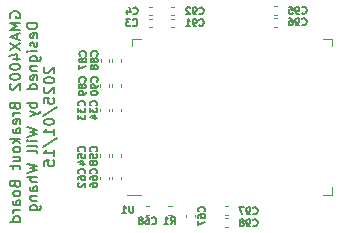
<source format=gbr>
G04 #@! TF.GenerationSoftware,KiCad,Pcbnew,8.0.4*
G04 #@! TF.CreationDate,2025-01-16T23:08:25-08:00*
G04 #@! TF.ProjectId,GMAX4002_MIPI_Breakout,474d4158-3430-4303-925f-4d4950495f42,rev?*
G04 #@! TF.SameCoordinates,Original*
G04 #@! TF.FileFunction,Legend,Bot*
G04 #@! TF.FilePolarity,Positive*
%FSLAX46Y46*%
G04 Gerber Fmt 4.6, Leading zero omitted, Abs format (unit mm)*
G04 Created by KiCad (PCBNEW 8.0.4) date 2025-01-16 23:08:25*
%MOMM*%
%LPD*%
G01*
G04 APERTURE LIST*
%ADD10C,0.150000*%
%ADD11C,0.120000*%
G04 APERTURE END LIST*
D10*
X702464Y-11099999D02*
X659607Y-11014285D01*
X659607Y-11014285D02*
X659607Y-10885713D01*
X659607Y-10885713D02*
X702464Y-10757142D01*
X702464Y-10757142D02*
X788178Y-10671427D01*
X788178Y-10671427D02*
X873892Y-10628570D01*
X873892Y-10628570D02*
X1045321Y-10585713D01*
X1045321Y-10585713D02*
X1173892Y-10585713D01*
X1173892Y-10585713D02*
X1345321Y-10628570D01*
X1345321Y-10628570D02*
X1431035Y-10671427D01*
X1431035Y-10671427D02*
X1516750Y-10757142D01*
X1516750Y-10757142D02*
X1559607Y-10885713D01*
X1559607Y-10885713D02*
X1559607Y-10971427D01*
X1559607Y-10971427D02*
X1516750Y-11099999D01*
X1516750Y-11099999D02*
X1473892Y-11142856D01*
X1473892Y-11142856D02*
X1173892Y-11142856D01*
X1173892Y-11142856D02*
X1173892Y-10971427D01*
X1559607Y-11528570D02*
X659607Y-11528570D01*
X659607Y-11528570D02*
X1302464Y-11828570D01*
X1302464Y-11828570D02*
X659607Y-12128570D01*
X659607Y-12128570D02*
X1559607Y-12128570D01*
X1302464Y-12514284D02*
X1302464Y-12942856D01*
X1559607Y-12428570D02*
X659607Y-12728570D01*
X659607Y-12728570D02*
X1559607Y-13028570D01*
X659607Y-13242856D02*
X1559607Y-13842856D01*
X659607Y-13842856D02*
X1559607Y-13242856D01*
X959607Y-14571428D02*
X1559607Y-14571428D01*
X616750Y-14357142D02*
X1259607Y-14142856D01*
X1259607Y-14142856D02*
X1259607Y-14699999D01*
X659607Y-15214285D02*
X659607Y-15299999D01*
X659607Y-15299999D02*
X702464Y-15385713D01*
X702464Y-15385713D02*
X745321Y-15428571D01*
X745321Y-15428571D02*
X831035Y-15471428D01*
X831035Y-15471428D02*
X1002464Y-15514285D01*
X1002464Y-15514285D02*
X1216750Y-15514285D01*
X1216750Y-15514285D02*
X1388178Y-15471428D01*
X1388178Y-15471428D02*
X1473892Y-15428571D01*
X1473892Y-15428571D02*
X1516750Y-15385713D01*
X1516750Y-15385713D02*
X1559607Y-15299999D01*
X1559607Y-15299999D02*
X1559607Y-15214285D01*
X1559607Y-15214285D02*
X1516750Y-15128571D01*
X1516750Y-15128571D02*
X1473892Y-15085713D01*
X1473892Y-15085713D02*
X1388178Y-15042856D01*
X1388178Y-15042856D02*
X1216750Y-14999999D01*
X1216750Y-14999999D02*
X1002464Y-14999999D01*
X1002464Y-14999999D02*
X831035Y-15042856D01*
X831035Y-15042856D02*
X745321Y-15085713D01*
X745321Y-15085713D02*
X702464Y-15128571D01*
X702464Y-15128571D02*
X659607Y-15214285D01*
X659607Y-16071428D02*
X659607Y-16157142D01*
X659607Y-16157142D02*
X702464Y-16242856D01*
X702464Y-16242856D02*
X745321Y-16285714D01*
X745321Y-16285714D02*
X831035Y-16328571D01*
X831035Y-16328571D02*
X1002464Y-16371428D01*
X1002464Y-16371428D02*
X1216750Y-16371428D01*
X1216750Y-16371428D02*
X1388178Y-16328571D01*
X1388178Y-16328571D02*
X1473892Y-16285714D01*
X1473892Y-16285714D02*
X1516750Y-16242856D01*
X1516750Y-16242856D02*
X1559607Y-16157142D01*
X1559607Y-16157142D02*
X1559607Y-16071428D01*
X1559607Y-16071428D02*
X1516750Y-15985714D01*
X1516750Y-15985714D02*
X1473892Y-15942856D01*
X1473892Y-15942856D02*
X1388178Y-15899999D01*
X1388178Y-15899999D02*
X1216750Y-15857142D01*
X1216750Y-15857142D02*
X1002464Y-15857142D01*
X1002464Y-15857142D02*
X831035Y-15899999D01*
X831035Y-15899999D02*
X745321Y-15942856D01*
X745321Y-15942856D02*
X702464Y-15985714D01*
X702464Y-15985714D02*
X659607Y-16071428D01*
X745321Y-16714285D02*
X702464Y-16757142D01*
X702464Y-16757142D02*
X659607Y-16842857D01*
X659607Y-16842857D02*
X659607Y-17057142D01*
X659607Y-17057142D02*
X702464Y-17142857D01*
X702464Y-17142857D02*
X745321Y-17185714D01*
X745321Y-17185714D02*
X831035Y-17228571D01*
X831035Y-17228571D02*
X916750Y-17228571D01*
X916750Y-17228571D02*
X1045321Y-17185714D01*
X1045321Y-17185714D02*
X1559607Y-16671428D01*
X1559607Y-16671428D02*
X1559607Y-17228571D01*
X1088178Y-18599999D02*
X1131035Y-18728571D01*
X1131035Y-18728571D02*
X1173892Y-18771428D01*
X1173892Y-18771428D02*
X1259607Y-18814285D01*
X1259607Y-18814285D02*
X1388178Y-18814285D01*
X1388178Y-18814285D02*
X1473892Y-18771428D01*
X1473892Y-18771428D02*
X1516750Y-18728571D01*
X1516750Y-18728571D02*
X1559607Y-18642856D01*
X1559607Y-18642856D02*
X1559607Y-18299999D01*
X1559607Y-18299999D02*
X659607Y-18299999D01*
X659607Y-18299999D02*
X659607Y-18599999D01*
X659607Y-18599999D02*
X702464Y-18685714D01*
X702464Y-18685714D02*
X745321Y-18728571D01*
X745321Y-18728571D02*
X831035Y-18771428D01*
X831035Y-18771428D02*
X916750Y-18771428D01*
X916750Y-18771428D02*
X1002464Y-18728571D01*
X1002464Y-18728571D02*
X1045321Y-18685714D01*
X1045321Y-18685714D02*
X1088178Y-18599999D01*
X1088178Y-18599999D02*
X1088178Y-18299999D01*
X1559607Y-19199999D02*
X959607Y-19199999D01*
X1131035Y-19199999D02*
X1045321Y-19242856D01*
X1045321Y-19242856D02*
X1002464Y-19285714D01*
X1002464Y-19285714D02*
X959607Y-19371428D01*
X959607Y-19371428D02*
X959607Y-19457142D01*
X1516750Y-20099999D02*
X1559607Y-20014285D01*
X1559607Y-20014285D02*
X1559607Y-19842857D01*
X1559607Y-19842857D02*
X1516750Y-19757142D01*
X1516750Y-19757142D02*
X1431035Y-19714285D01*
X1431035Y-19714285D02*
X1088178Y-19714285D01*
X1088178Y-19714285D02*
X1002464Y-19757142D01*
X1002464Y-19757142D02*
X959607Y-19842857D01*
X959607Y-19842857D02*
X959607Y-20014285D01*
X959607Y-20014285D02*
X1002464Y-20099999D01*
X1002464Y-20099999D02*
X1088178Y-20142857D01*
X1088178Y-20142857D02*
X1173892Y-20142857D01*
X1173892Y-20142857D02*
X1259607Y-19714285D01*
X1559607Y-20914286D02*
X1088178Y-20914286D01*
X1088178Y-20914286D02*
X1002464Y-20871428D01*
X1002464Y-20871428D02*
X959607Y-20785714D01*
X959607Y-20785714D02*
X959607Y-20614286D01*
X959607Y-20614286D02*
X1002464Y-20528571D01*
X1516750Y-20914286D02*
X1559607Y-20828571D01*
X1559607Y-20828571D02*
X1559607Y-20614286D01*
X1559607Y-20614286D02*
X1516750Y-20528571D01*
X1516750Y-20528571D02*
X1431035Y-20485714D01*
X1431035Y-20485714D02*
X1345321Y-20485714D01*
X1345321Y-20485714D02*
X1259607Y-20528571D01*
X1259607Y-20528571D02*
X1216750Y-20614286D01*
X1216750Y-20614286D02*
X1216750Y-20828571D01*
X1216750Y-20828571D02*
X1173892Y-20914286D01*
X1559607Y-21342857D02*
X659607Y-21342857D01*
X1216750Y-21428572D02*
X1559607Y-21685714D01*
X959607Y-21685714D02*
X1302464Y-21342857D01*
X1559607Y-22200000D02*
X1516750Y-22114285D01*
X1516750Y-22114285D02*
X1473892Y-22071428D01*
X1473892Y-22071428D02*
X1388178Y-22028571D01*
X1388178Y-22028571D02*
X1131035Y-22028571D01*
X1131035Y-22028571D02*
X1045321Y-22071428D01*
X1045321Y-22071428D02*
X1002464Y-22114285D01*
X1002464Y-22114285D02*
X959607Y-22200000D01*
X959607Y-22200000D02*
X959607Y-22328571D01*
X959607Y-22328571D02*
X1002464Y-22414285D01*
X1002464Y-22414285D02*
X1045321Y-22457143D01*
X1045321Y-22457143D02*
X1131035Y-22500000D01*
X1131035Y-22500000D02*
X1388178Y-22500000D01*
X1388178Y-22500000D02*
X1473892Y-22457143D01*
X1473892Y-22457143D02*
X1516750Y-22414285D01*
X1516750Y-22414285D02*
X1559607Y-22328571D01*
X1559607Y-22328571D02*
X1559607Y-22200000D01*
X959607Y-23271429D02*
X1559607Y-23271429D01*
X959607Y-22885714D02*
X1431035Y-22885714D01*
X1431035Y-22885714D02*
X1516750Y-22928571D01*
X1516750Y-22928571D02*
X1559607Y-23014286D01*
X1559607Y-23014286D02*
X1559607Y-23142857D01*
X1559607Y-23142857D02*
X1516750Y-23228571D01*
X1516750Y-23228571D02*
X1473892Y-23271429D01*
X959607Y-23571429D02*
X959607Y-23914286D01*
X659607Y-23700000D02*
X1431035Y-23700000D01*
X1431035Y-23700000D02*
X1516750Y-23742857D01*
X1516750Y-23742857D02*
X1559607Y-23828572D01*
X1559607Y-23828572D02*
X1559607Y-23914286D01*
X1088178Y-25200000D02*
X1131035Y-25328572D01*
X1131035Y-25328572D02*
X1173892Y-25371429D01*
X1173892Y-25371429D02*
X1259607Y-25414286D01*
X1259607Y-25414286D02*
X1388178Y-25414286D01*
X1388178Y-25414286D02*
X1473892Y-25371429D01*
X1473892Y-25371429D02*
X1516750Y-25328572D01*
X1516750Y-25328572D02*
X1559607Y-25242857D01*
X1559607Y-25242857D02*
X1559607Y-24900000D01*
X1559607Y-24900000D02*
X659607Y-24900000D01*
X659607Y-24900000D02*
X659607Y-25200000D01*
X659607Y-25200000D02*
X702464Y-25285715D01*
X702464Y-25285715D02*
X745321Y-25328572D01*
X745321Y-25328572D02*
X831035Y-25371429D01*
X831035Y-25371429D02*
X916750Y-25371429D01*
X916750Y-25371429D02*
X1002464Y-25328572D01*
X1002464Y-25328572D02*
X1045321Y-25285715D01*
X1045321Y-25285715D02*
X1088178Y-25200000D01*
X1088178Y-25200000D02*
X1088178Y-24900000D01*
X1559607Y-25928572D02*
X1516750Y-25842857D01*
X1516750Y-25842857D02*
X1473892Y-25800000D01*
X1473892Y-25800000D02*
X1388178Y-25757143D01*
X1388178Y-25757143D02*
X1131035Y-25757143D01*
X1131035Y-25757143D02*
X1045321Y-25800000D01*
X1045321Y-25800000D02*
X1002464Y-25842857D01*
X1002464Y-25842857D02*
X959607Y-25928572D01*
X959607Y-25928572D02*
X959607Y-26057143D01*
X959607Y-26057143D02*
X1002464Y-26142857D01*
X1002464Y-26142857D02*
X1045321Y-26185715D01*
X1045321Y-26185715D02*
X1131035Y-26228572D01*
X1131035Y-26228572D02*
X1388178Y-26228572D01*
X1388178Y-26228572D02*
X1473892Y-26185715D01*
X1473892Y-26185715D02*
X1516750Y-26142857D01*
X1516750Y-26142857D02*
X1559607Y-26057143D01*
X1559607Y-26057143D02*
X1559607Y-25928572D01*
X1559607Y-27000001D02*
X1088178Y-27000001D01*
X1088178Y-27000001D02*
X1002464Y-26957143D01*
X1002464Y-26957143D02*
X959607Y-26871429D01*
X959607Y-26871429D02*
X959607Y-26700001D01*
X959607Y-26700001D02*
X1002464Y-26614286D01*
X1516750Y-27000001D02*
X1559607Y-26914286D01*
X1559607Y-26914286D02*
X1559607Y-26700001D01*
X1559607Y-26700001D02*
X1516750Y-26614286D01*
X1516750Y-26614286D02*
X1431035Y-26571429D01*
X1431035Y-26571429D02*
X1345321Y-26571429D01*
X1345321Y-26571429D02*
X1259607Y-26614286D01*
X1259607Y-26614286D02*
X1216750Y-26700001D01*
X1216750Y-26700001D02*
X1216750Y-26914286D01*
X1216750Y-26914286D02*
X1173892Y-27000001D01*
X1559607Y-27428572D02*
X959607Y-27428572D01*
X1131035Y-27428572D02*
X1045321Y-27471429D01*
X1045321Y-27471429D02*
X1002464Y-27514287D01*
X1002464Y-27514287D02*
X959607Y-27600001D01*
X959607Y-27600001D02*
X959607Y-27685715D01*
X1559607Y-28371430D02*
X659607Y-28371430D01*
X1516750Y-28371430D02*
X1559607Y-28285715D01*
X1559607Y-28285715D02*
X1559607Y-28114287D01*
X1559607Y-28114287D02*
X1516750Y-28028572D01*
X1516750Y-28028572D02*
X1473892Y-27985715D01*
X1473892Y-27985715D02*
X1388178Y-27942858D01*
X1388178Y-27942858D02*
X1131035Y-27942858D01*
X1131035Y-27942858D02*
X1045321Y-27985715D01*
X1045321Y-27985715D02*
X1002464Y-28028572D01*
X1002464Y-28028572D02*
X959607Y-28114287D01*
X959607Y-28114287D02*
X959607Y-28285715D01*
X959607Y-28285715D02*
X1002464Y-28371430D01*
X3008557Y-11571428D02*
X2108557Y-11571428D01*
X2108557Y-11571428D02*
X2108557Y-11785714D01*
X2108557Y-11785714D02*
X2151414Y-11914285D01*
X2151414Y-11914285D02*
X2237128Y-12000000D01*
X2237128Y-12000000D02*
X2322842Y-12042857D01*
X2322842Y-12042857D02*
X2494271Y-12085714D01*
X2494271Y-12085714D02*
X2622842Y-12085714D01*
X2622842Y-12085714D02*
X2794271Y-12042857D01*
X2794271Y-12042857D02*
X2879985Y-12000000D01*
X2879985Y-12000000D02*
X2965700Y-11914285D01*
X2965700Y-11914285D02*
X3008557Y-11785714D01*
X3008557Y-11785714D02*
X3008557Y-11571428D01*
X2965700Y-12814285D02*
X3008557Y-12728571D01*
X3008557Y-12728571D02*
X3008557Y-12557143D01*
X3008557Y-12557143D02*
X2965700Y-12471428D01*
X2965700Y-12471428D02*
X2879985Y-12428571D01*
X2879985Y-12428571D02*
X2537128Y-12428571D01*
X2537128Y-12428571D02*
X2451414Y-12471428D01*
X2451414Y-12471428D02*
X2408557Y-12557143D01*
X2408557Y-12557143D02*
X2408557Y-12728571D01*
X2408557Y-12728571D02*
X2451414Y-12814285D01*
X2451414Y-12814285D02*
X2537128Y-12857143D01*
X2537128Y-12857143D02*
X2622842Y-12857143D01*
X2622842Y-12857143D02*
X2708557Y-12428571D01*
X2965700Y-13200000D02*
X3008557Y-13285714D01*
X3008557Y-13285714D02*
X3008557Y-13457143D01*
X3008557Y-13457143D02*
X2965700Y-13542857D01*
X2965700Y-13542857D02*
X2879985Y-13585714D01*
X2879985Y-13585714D02*
X2837128Y-13585714D01*
X2837128Y-13585714D02*
X2751414Y-13542857D01*
X2751414Y-13542857D02*
X2708557Y-13457143D01*
X2708557Y-13457143D02*
X2708557Y-13328572D01*
X2708557Y-13328572D02*
X2665700Y-13242857D01*
X2665700Y-13242857D02*
X2579985Y-13200000D01*
X2579985Y-13200000D02*
X2537128Y-13200000D01*
X2537128Y-13200000D02*
X2451414Y-13242857D01*
X2451414Y-13242857D02*
X2408557Y-13328572D01*
X2408557Y-13328572D02*
X2408557Y-13457143D01*
X2408557Y-13457143D02*
X2451414Y-13542857D01*
X3008557Y-13971428D02*
X2408557Y-13971428D01*
X2108557Y-13971428D02*
X2151414Y-13928571D01*
X2151414Y-13928571D02*
X2194271Y-13971428D01*
X2194271Y-13971428D02*
X2151414Y-14014285D01*
X2151414Y-14014285D02*
X2108557Y-13971428D01*
X2108557Y-13971428D02*
X2194271Y-13971428D01*
X2408557Y-14785714D02*
X3137128Y-14785714D01*
X3137128Y-14785714D02*
X3222842Y-14742856D01*
X3222842Y-14742856D02*
X3265700Y-14699999D01*
X3265700Y-14699999D02*
X3308557Y-14614285D01*
X3308557Y-14614285D02*
X3308557Y-14485714D01*
X3308557Y-14485714D02*
X3265700Y-14399999D01*
X2965700Y-14785714D02*
X3008557Y-14699999D01*
X3008557Y-14699999D02*
X3008557Y-14528571D01*
X3008557Y-14528571D02*
X2965700Y-14442856D01*
X2965700Y-14442856D02*
X2922842Y-14399999D01*
X2922842Y-14399999D02*
X2837128Y-14357142D01*
X2837128Y-14357142D02*
X2579985Y-14357142D01*
X2579985Y-14357142D02*
X2494271Y-14399999D01*
X2494271Y-14399999D02*
X2451414Y-14442856D01*
X2451414Y-14442856D02*
X2408557Y-14528571D01*
X2408557Y-14528571D02*
X2408557Y-14699999D01*
X2408557Y-14699999D02*
X2451414Y-14785714D01*
X2408557Y-15214285D02*
X3008557Y-15214285D01*
X2494271Y-15214285D02*
X2451414Y-15257142D01*
X2451414Y-15257142D02*
X2408557Y-15342857D01*
X2408557Y-15342857D02*
X2408557Y-15471428D01*
X2408557Y-15471428D02*
X2451414Y-15557142D01*
X2451414Y-15557142D02*
X2537128Y-15600000D01*
X2537128Y-15600000D02*
X3008557Y-15600000D01*
X2965700Y-16371428D02*
X3008557Y-16285714D01*
X3008557Y-16285714D02*
X3008557Y-16114286D01*
X3008557Y-16114286D02*
X2965700Y-16028571D01*
X2965700Y-16028571D02*
X2879985Y-15985714D01*
X2879985Y-15985714D02*
X2537128Y-15985714D01*
X2537128Y-15985714D02*
X2451414Y-16028571D01*
X2451414Y-16028571D02*
X2408557Y-16114286D01*
X2408557Y-16114286D02*
X2408557Y-16285714D01*
X2408557Y-16285714D02*
X2451414Y-16371428D01*
X2451414Y-16371428D02*
X2537128Y-16414286D01*
X2537128Y-16414286D02*
X2622842Y-16414286D01*
X2622842Y-16414286D02*
X2708557Y-15985714D01*
X3008557Y-17185715D02*
X2108557Y-17185715D01*
X2965700Y-17185715D02*
X3008557Y-17100000D01*
X3008557Y-17100000D02*
X3008557Y-16928572D01*
X3008557Y-16928572D02*
X2965700Y-16842857D01*
X2965700Y-16842857D02*
X2922842Y-16800000D01*
X2922842Y-16800000D02*
X2837128Y-16757143D01*
X2837128Y-16757143D02*
X2579985Y-16757143D01*
X2579985Y-16757143D02*
X2494271Y-16800000D01*
X2494271Y-16800000D02*
X2451414Y-16842857D01*
X2451414Y-16842857D02*
X2408557Y-16928572D01*
X2408557Y-16928572D02*
X2408557Y-17100000D01*
X2408557Y-17100000D02*
X2451414Y-17185715D01*
X3008557Y-18300000D02*
X2108557Y-18300000D01*
X2451414Y-18300000D02*
X2408557Y-18385715D01*
X2408557Y-18385715D02*
X2408557Y-18557143D01*
X2408557Y-18557143D02*
X2451414Y-18642857D01*
X2451414Y-18642857D02*
X2494271Y-18685715D01*
X2494271Y-18685715D02*
X2579985Y-18728572D01*
X2579985Y-18728572D02*
X2837128Y-18728572D01*
X2837128Y-18728572D02*
X2922842Y-18685715D01*
X2922842Y-18685715D02*
X2965700Y-18642857D01*
X2965700Y-18642857D02*
X3008557Y-18557143D01*
X3008557Y-18557143D02*
X3008557Y-18385715D01*
X3008557Y-18385715D02*
X2965700Y-18300000D01*
X2408557Y-19028572D02*
X3008557Y-19242858D01*
X2408557Y-19457143D02*
X3008557Y-19242858D01*
X3008557Y-19242858D02*
X3222842Y-19157143D01*
X3222842Y-19157143D02*
X3265700Y-19114286D01*
X3265700Y-19114286D02*
X3308557Y-19028572D01*
X2108557Y-20400000D02*
X3008557Y-20614286D01*
X3008557Y-20614286D02*
X2365700Y-20785714D01*
X2365700Y-20785714D02*
X3008557Y-20957143D01*
X3008557Y-20957143D02*
X2108557Y-21171429D01*
X3008557Y-21514285D02*
X2408557Y-21514285D01*
X2108557Y-21514285D02*
X2151414Y-21471428D01*
X2151414Y-21471428D02*
X2194271Y-21514285D01*
X2194271Y-21514285D02*
X2151414Y-21557142D01*
X2151414Y-21557142D02*
X2108557Y-21514285D01*
X2108557Y-21514285D02*
X2194271Y-21514285D01*
X3008557Y-22071428D02*
X2965700Y-21985713D01*
X2965700Y-21985713D02*
X2879985Y-21942856D01*
X2879985Y-21942856D02*
X2108557Y-21942856D01*
X3008557Y-22542857D02*
X2965700Y-22457142D01*
X2965700Y-22457142D02*
X2879985Y-22414285D01*
X2879985Y-22414285D02*
X2108557Y-22414285D01*
X2108557Y-23485714D02*
X3008557Y-23700000D01*
X3008557Y-23700000D02*
X2365700Y-23871428D01*
X2365700Y-23871428D02*
X3008557Y-24042857D01*
X3008557Y-24042857D02*
X2108557Y-24257143D01*
X3008557Y-24599999D02*
X2108557Y-24599999D01*
X3008557Y-24985714D02*
X2537128Y-24985714D01*
X2537128Y-24985714D02*
X2451414Y-24942856D01*
X2451414Y-24942856D02*
X2408557Y-24857142D01*
X2408557Y-24857142D02*
X2408557Y-24728571D01*
X2408557Y-24728571D02*
X2451414Y-24642856D01*
X2451414Y-24642856D02*
X2494271Y-24599999D01*
X3008557Y-25800000D02*
X2537128Y-25800000D01*
X2537128Y-25800000D02*
X2451414Y-25757142D01*
X2451414Y-25757142D02*
X2408557Y-25671428D01*
X2408557Y-25671428D02*
X2408557Y-25500000D01*
X2408557Y-25500000D02*
X2451414Y-25414285D01*
X2965700Y-25800000D02*
X3008557Y-25714285D01*
X3008557Y-25714285D02*
X3008557Y-25500000D01*
X3008557Y-25500000D02*
X2965700Y-25414285D01*
X2965700Y-25414285D02*
X2879985Y-25371428D01*
X2879985Y-25371428D02*
X2794271Y-25371428D01*
X2794271Y-25371428D02*
X2708557Y-25414285D01*
X2708557Y-25414285D02*
X2665700Y-25500000D01*
X2665700Y-25500000D02*
X2665700Y-25714285D01*
X2665700Y-25714285D02*
X2622842Y-25800000D01*
X2408557Y-26228571D02*
X3008557Y-26228571D01*
X2494271Y-26228571D02*
X2451414Y-26271428D01*
X2451414Y-26271428D02*
X2408557Y-26357143D01*
X2408557Y-26357143D02*
X2408557Y-26485714D01*
X2408557Y-26485714D02*
X2451414Y-26571428D01*
X2451414Y-26571428D02*
X2537128Y-26614286D01*
X2537128Y-26614286D02*
X3008557Y-26614286D01*
X2408557Y-27428572D02*
X3137128Y-27428572D01*
X3137128Y-27428572D02*
X3222842Y-27385714D01*
X3222842Y-27385714D02*
X3265700Y-27342857D01*
X3265700Y-27342857D02*
X3308557Y-27257143D01*
X3308557Y-27257143D02*
X3308557Y-27128572D01*
X3308557Y-27128572D02*
X3265700Y-27042857D01*
X2965700Y-27428572D02*
X3008557Y-27342857D01*
X3008557Y-27342857D02*
X3008557Y-27171429D01*
X3008557Y-27171429D02*
X2965700Y-27085714D01*
X2965700Y-27085714D02*
X2922842Y-27042857D01*
X2922842Y-27042857D02*
X2837128Y-27000000D01*
X2837128Y-27000000D02*
X2579985Y-27000000D01*
X2579985Y-27000000D02*
X2494271Y-27042857D01*
X2494271Y-27042857D02*
X2451414Y-27085714D01*
X2451414Y-27085714D02*
X2408557Y-27171429D01*
X2408557Y-27171429D02*
X2408557Y-27342857D01*
X2408557Y-27342857D02*
X2451414Y-27428572D01*
X3643221Y-15299999D02*
X3600364Y-15342856D01*
X3600364Y-15342856D02*
X3557507Y-15428571D01*
X3557507Y-15428571D02*
X3557507Y-15642856D01*
X3557507Y-15642856D02*
X3600364Y-15728571D01*
X3600364Y-15728571D02*
X3643221Y-15771428D01*
X3643221Y-15771428D02*
X3728935Y-15814285D01*
X3728935Y-15814285D02*
X3814650Y-15814285D01*
X3814650Y-15814285D02*
X3943221Y-15771428D01*
X3943221Y-15771428D02*
X4457507Y-15257142D01*
X4457507Y-15257142D02*
X4457507Y-15814285D01*
X3557507Y-16371428D02*
X3557507Y-16457142D01*
X3557507Y-16457142D02*
X3600364Y-16542856D01*
X3600364Y-16542856D02*
X3643221Y-16585714D01*
X3643221Y-16585714D02*
X3728935Y-16628571D01*
X3728935Y-16628571D02*
X3900364Y-16671428D01*
X3900364Y-16671428D02*
X4114650Y-16671428D01*
X4114650Y-16671428D02*
X4286078Y-16628571D01*
X4286078Y-16628571D02*
X4371792Y-16585714D01*
X4371792Y-16585714D02*
X4414650Y-16542856D01*
X4414650Y-16542856D02*
X4457507Y-16457142D01*
X4457507Y-16457142D02*
X4457507Y-16371428D01*
X4457507Y-16371428D02*
X4414650Y-16285714D01*
X4414650Y-16285714D02*
X4371792Y-16242856D01*
X4371792Y-16242856D02*
X4286078Y-16199999D01*
X4286078Y-16199999D02*
X4114650Y-16157142D01*
X4114650Y-16157142D02*
X3900364Y-16157142D01*
X3900364Y-16157142D02*
X3728935Y-16199999D01*
X3728935Y-16199999D02*
X3643221Y-16242856D01*
X3643221Y-16242856D02*
X3600364Y-16285714D01*
X3600364Y-16285714D02*
X3557507Y-16371428D01*
X3643221Y-17014285D02*
X3600364Y-17057142D01*
X3600364Y-17057142D02*
X3557507Y-17142857D01*
X3557507Y-17142857D02*
X3557507Y-17357142D01*
X3557507Y-17357142D02*
X3600364Y-17442857D01*
X3600364Y-17442857D02*
X3643221Y-17485714D01*
X3643221Y-17485714D02*
X3728935Y-17528571D01*
X3728935Y-17528571D02*
X3814650Y-17528571D01*
X3814650Y-17528571D02*
X3943221Y-17485714D01*
X3943221Y-17485714D02*
X4457507Y-16971428D01*
X4457507Y-16971428D02*
X4457507Y-17528571D01*
X3557507Y-18342857D02*
X3557507Y-17914285D01*
X3557507Y-17914285D02*
X3986078Y-17871428D01*
X3986078Y-17871428D02*
X3943221Y-17914285D01*
X3943221Y-17914285D02*
X3900364Y-18000000D01*
X3900364Y-18000000D02*
X3900364Y-18214285D01*
X3900364Y-18214285D02*
X3943221Y-18300000D01*
X3943221Y-18300000D02*
X3986078Y-18342857D01*
X3986078Y-18342857D02*
X4071792Y-18385714D01*
X4071792Y-18385714D02*
X4286078Y-18385714D01*
X4286078Y-18385714D02*
X4371792Y-18342857D01*
X4371792Y-18342857D02*
X4414650Y-18300000D01*
X4414650Y-18300000D02*
X4457507Y-18214285D01*
X4457507Y-18214285D02*
X4457507Y-18000000D01*
X4457507Y-18000000D02*
X4414650Y-17914285D01*
X4414650Y-17914285D02*
X4371792Y-17871428D01*
X3514650Y-19414285D02*
X4671792Y-18642857D01*
X3557507Y-19885714D02*
X3557507Y-19971428D01*
X3557507Y-19971428D02*
X3600364Y-20057142D01*
X3600364Y-20057142D02*
X3643221Y-20100000D01*
X3643221Y-20100000D02*
X3728935Y-20142857D01*
X3728935Y-20142857D02*
X3900364Y-20185714D01*
X3900364Y-20185714D02*
X4114650Y-20185714D01*
X4114650Y-20185714D02*
X4286078Y-20142857D01*
X4286078Y-20142857D02*
X4371792Y-20100000D01*
X4371792Y-20100000D02*
X4414650Y-20057142D01*
X4414650Y-20057142D02*
X4457507Y-19971428D01*
X4457507Y-19971428D02*
X4457507Y-19885714D01*
X4457507Y-19885714D02*
X4414650Y-19800000D01*
X4414650Y-19800000D02*
X4371792Y-19757142D01*
X4371792Y-19757142D02*
X4286078Y-19714285D01*
X4286078Y-19714285D02*
X4114650Y-19671428D01*
X4114650Y-19671428D02*
X3900364Y-19671428D01*
X3900364Y-19671428D02*
X3728935Y-19714285D01*
X3728935Y-19714285D02*
X3643221Y-19757142D01*
X3643221Y-19757142D02*
X3600364Y-19800000D01*
X3600364Y-19800000D02*
X3557507Y-19885714D01*
X4457507Y-21042857D02*
X4457507Y-20528571D01*
X4457507Y-20785714D02*
X3557507Y-20785714D01*
X3557507Y-20785714D02*
X3686078Y-20700000D01*
X3686078Y-20700000D02*
X3771792Y-20614285D01*
X3771792Y-20614285D02*
X3814650Y-20528571D01*
X3514650Y-22071428D02*
X4671792Y-21300000D01*
X4457507Y-22842857D02*
X4457507Y-22328571D01*
X4457507Y-22585714D02*
X3557507Y-22585714D01*
X3557507Y-22585714D02*
X3686078Y-22500000D01*
X3686078Y-22500000D02*
X3771792Y-22414285D01*
X3771792Y-22414285D02*
X3814650Y-22328571D01*
X3557507Y-23657143D02*
X3557507Y-23228571D01*
X3557507Y-23228571D02*
X3986078Y-23185714D01*
X3986078Y-23185714D02*
X3943221Y-23228571D01*
X3943221Y-23228571D02*
X3900364Y-23314286D01*
X3900364Y-23314286D02*
X3900364Y-23528571D01*
X3900364Y-23528571D02*
X3943221Y-23614286D01*
X3943221Y-23614286D02*
X3986078Y-23657143D01*
X3986078Y-23657143D02*
X4071792Y-23700000D01*
X4071792Y-23700000D02*
X4286078Y-23700000D01*
X4286078Y-23700000D02*
X4371792Y-23657143D01*
X4371792Y-23657143D02*
X4414650Y-23614286D01*
X4414650Y-23614286D02*
X4457507Y-23528571D01*
X4457507Y-23528571D02*
X4457507Y-23314286D01*
X4457507Y-23314286D02*
X4414650Y-23228571D01*
X4414650Y-23228571D02*
X4371792Y-23185714D01*
X21285714Y-28712628D02*
X21314286Y-28741200D01*
X21314286Y-28741200D02*
X21400000Y-28769771D01*
X21400000Y-28769771D02*
X21457143Y-28769771D01*
X21457143Y-28769771D02*
X21542857Y-28741200D01*
X21542857Y-28741200D02*
X21600000Y-28684057D01*
X21600000Y-28684057D02*
X21628571Y-28626914D01*
X21628571Y-28626914D02*
X21657143Y-28512628D01*
X21657143Y-28512628D02*
X21657143Y-28426914D01*
X21657143Y-28426914D02*
X21628571Y-28312628D01*
X21628571Y-28312628D02*
X21600000Y-28255485D01*
X21600000Y-28255485D02*
X21542857Y-28198342D01*
X21542857Y-28198342D02*
X21457143Y-28169771D01*
X21457143Y-28169771D02*
X21400000Y-28169771D01*
X21400000Y-28169771D02*
X21314286Y-28198342D01*
X21314286Y-28198342D02*
X21285714Y-28226914D01*
X21000000Y-28769771D02*
X20885714Y-28769771D01*
X20885714Y-28769771D02*
X20828571Y-28741200D01*
X20828571Y-28741200D02*
X20800000Y-28712628D01*
X20800000Y-28712628D02*
X20742857Y-28626914D01*
X20742857Y-28626914D02*
X20714286Y-28512628D01*
X20714286Y-28512628D02*
X20714286Y-28284057D01*
X20714286Y-28284057D02*
X20742857Y-28226914D01*
X20742857Y-28226914D02*
X20771429Y-28198342D01*
X20771429Y-28198342D02*
X20828571Y-28169771D01*
X20828571Y-28169771D02*
X20942857Y-28169771D01*
X20942857Y-28169771D02*
X21000000Y-28198342D01*
X21000000Y-28198342D02*
X21028571Y-28226914D01*
X21028571Y-28226914D02*
X21057143Y-28284057D01*
X21057143Y-28284057D02*
X21057143Y-28426914D01*
X21057143Y-28426914D02*
X21028571Y-28484057D01*
X21028571Y-28484057D02*
X21000000Y-28512628D01*
X21000000Y-28512628D02*
X20942857Y-28541200D01*
X20942857Y-28541200D02*
X20828571Y-28541200D01*
X20828571Y-28541200D02*
X20771429Y-28512628D01*
X20771429Y-28512628D02*
X20742857Y-28484057D01*
X20742857Y-28484057D02*
X20714286Y-28426914D01*
X20371428Y-28426914D02*
X20428571Y-28398342D01*
X20428571Y-28398342D02*
X20457142Y-28369771D01*
X20457142Y-28369771D02*
X20485714Y-28312628D01*
X20485714Y-28312628D02*
X20485714Y-28284057D01*
X20485714Y-28284057D02*
X20457142Y-28226914D01*
X20457142Y-28226914D02*
X20428571Y-28198342D01*
X20428571Y-28198342D02*
X20371428Y-28169771D01*
X20371428Y-28169771D02*
X20257142Y-28169771D01*
X20257142Y-28169771D02*
X20200000Y-28198342D01*
X20200000Y-28198342D02*
X20171428Y-28226914D01*
X20171428Y-28226914D02*
X20142857Y-28284057D01*
X20142857Y-28284057D02*
X20142857Y-28312628D01*
X20142857Y-28312628D02*
X20171428Y-28369771D01*
X20171428Y-28369771D02*
X20200000Y-28398342D01*
X20200000Y-28398342D02*
X20257142Y-28426914D01*
X20257142Y-28426914D02*
X20371428Y-28426914D01*
X20371428Y-28426914D02*
X20428571Y-28455485D01*
X20428571Y-28455485D02*
X20457142Y-28484057D01*
X20457142Y-28484057D02*
X20485714Y-28541200D01*
X20485714Y-28541200D02*
X20485714Y-28655485D01*
X20485714Y-28655485D02*
X20457142Y-28712628D01*
X20457142Y-28712628D02*
X20428571Y-28741200D01*
X20428571Y-28741200D02*
X20371428Y-28769771D01*
X20371428Y-28769771D02*
X20257142Y-28769771D01*
X20257142Y-28769771D02*
X20200000Y-28741200D01*
X20200000Y-28741200D02*
X20171428Y-28712628D01*
X20171428Y-28712628D02*
X20142857Y-28655485D01*
X20142857Y-28655485D02*
X20142857Y-28541200D01*
X20142857Y-28541200D02*
X20171428Y-28484057D01*
X20171428Y-28484057D02*
X20200000Y-28455485D01*
X20200000Y-28455485D02*
X20257142Y-28426914D01*
X21285714Y-27712628D02*
X21314286Y-27741200D01*
X21314286Y-27741200D02*
X21400000Y-27769771D01*
X21400000Y-27769771D02*
X21457143Y-27769771D01*
X21457143Y-27769771D02*
X21542857Y-27741200D01*
X21542857Y-27741200D02*
X21600000Y-27684057D01*
X21600000Y-27684057D02*
X21628571Y-27626914D01*
X21628571Y-27626914D02*
X21657143Y-27512628D01*
X21657143Y-27512628D02*
X21657143Y-27426914D01*
X21657143Y-27426914D02*
X21628571Y-27312628D01*
X21628571Y-27312628D02*
X21600000Y-27255485D01*
X21600000Y-27255485D02*
X21542857Y-27198342D01*
X21542857Y-27198342D02*
X21457143Y-27169771D01*
X21457143Y-27169771D02*
X21400000Y-27169771D01*
X21400000Y-27169771D02*
X21314286Y-27198342D01*
X21314286Y-27198342D02*
X21285714Y-27226914D01*
X21000000Y-27769771D02*
X20885714Y-27769771D01*
X20885714Y-27769771D02*
X20828571Y-27741200D01*
X20828571Y-27741200D02*
X20800000Y-27712628D01*
X20800000Y-27712628D02*
X20742857Y-27626914D01*
X20742857Y-27626914D02*
X20714286Y-27512628D01*
X20714286Y-27512628D02*
X20714286Y-27284057D01*
X20714286Y-27284057D02*
X20742857Y-27226914D01*
X20742857Y-27226914D02*
X20771429Y-27198342D01*
X20771429Y-27198342D02*
X20828571Y-27169771D01*
X20828571Y-27169771D02*
X20942857Y-27169771D01*
X20942857Y-27169771D02*
X21000000Y-27198342D01*
X21000000Y-27198342D02*
X21028571Y-27226914D01*
X21028571Y-27226914D02*
X21057143Y-27284057D01*
X21057143Y-27284057D02*
X21057143Y-27426914D01*
X21057143Y-27426914D02*
X21028571Y-27484057D01*
X21028571Y-27484057D02*
X21000000Y-27512628D01*
X21000000Y-27512628D02*
X20942857Y-27541200D01*
X20942857Y-27541200D02*
X20828571Y-27541200D01*
X20828571Y-27541200D02*
X20771429Y-27512628D01*
X20771429Y-27512628D02*
X20742857Y-27484057D01*
X20742857Y-27484057D02*
X20714286Y-27426914D01*
X20514285Y-27169771D02*
X20114285Y-27169771D01*
X20114285Y-27169771D02*
X20371428Y-27769771D01*
X25435714Y-11712628D02*
X25464286Y-11741200D01*
X25464286Y-11741200D02*
X25550000Y-11769771D01*
X25550000Y-11769771D02*
X25607143Y-11769771D01*
X25607143Y-11769771D02*
X25692857Y-11741200D01*
X25692857Y-11741200D02*
X25750000Y-11684057D01*
X25750000Y-11684057D02*
X25778571Y-11626914D01*
X25778571Y-11626914D02*
X25807143Y-11512628D01*
X25807143Y-11512628D02*
X25807143Y-11426914D01*
X25807143Y-11426914D02*
X25778571Y-11312628D01*
X25778571Y-11312628D02*
X25750000Y-11255485D01*
X25750000Y-11255485D02*
X25692857Y-11198342D01*
X25692857Y-11198342D02*
X25607143Y-11169771D01*
X25607143Y-11169771D02*
X25550000Y-11169771D01*
X25550000Y-11169771D02*
X25464286Y-11198342D01*
X25464286Y-11198342D02*
X25435714Y-11226914D01*
X25150000Y-11769771D02*
X25035714Y-11769771D01*
X25035714Y-11769771D02*
X24978571Y-11741200D01*
X24978571Y-11741200D02*
X24950000Y-11712628D01*
X24950000Y-11712628D02*
X24892857Y-11626914D01*
X24892857Y-11626914D02*
X24864286Y-11512628D01*
X24864286Y-11512628D02*
X24864286Y-11284057D01*
X24864286Y-11284057D02*
X24892857Y-11226914D01*
X24892857Y-11226914D02*
X24921429Y-11198342D01*
X24921429Y-11198342D02*
X24978571Y-11169771D01*
X24978571Y-11169771D02*
X25092857Y-11169771D01*
X25092857Y-11169771D02*
X25150000Y-11198342D01*
X25150000Y-11198342D02*
X25178571Y-11226914D01*
X25178571Y-11226914D02*
X25207143Y-11284057D01*
X25207143Y-11284057D02*
X25207143Y-11426914D01*
X25207143Y-11426914D02*
X25178571Y-11484057D01*
X25178571Y-11484057D02*
X25150000Y-11512628D01*
X25150000Y-11512628D02*
X25092857Y-11541200D01*
X25092857Y-11541200D02*
X24978571Y-11541200D01*
X24978571Y-11541200D02*
X24921429Y-11512628D01*
X24921429Y-11512628D02*
X24892857Y-11484057D01*
X24892857Y-11484057D02*
X24864286Y-11426914D01*
X24350000Y-11169771D02*
X24464285Y-11169771D01*
X24464285Y-11169771D02*
X24521428Y-11198342D01*
X24521428Y-11198342D02*
X24550000Y-11226914D01*
X24550000Y-11226914D02*
X24607142Y-11312628D01*
X24607142Y-11312628D02*
X24635714Y-11426914D01*
X24635714Y-11426914D02*
X24635714Y-11655485D01*
X24635714Y-11655485D02*
X24607142Y-11712628D01*
X24607142Y-11712628D02*
X24578571Y-11741200D01*
X24578571Y-11741200D02*
X24521428Y-11769771D01*
X24521428Y-11769771D02*
X24407142Y-11769771D01*
X24407142Y-11769771D02*
X24350000Y-11741200D01*
X24350000Y-11741200D02*
X24321428Y-11712628D01*
X24321428Y-11712628D02*
X24292857Y-11655485D01*
X24292857Y-11655485D02*
X24292857Y-11512628D01*
X24292857Y-11512628D02*
X24321428Y-11455485D01*
X24321428Y-11455485D02*
X24350000Y-11426914D01*
X24350000Y-11426914D02*
X24407142Y-11398342D01*
X24407142Y-11398342D02*
X24521428Y-11398342D01*
X24521428Y-11398342D02*
X24578571Y-11426914D01*
X24578571Y-11426914D02*
X24607142Y-11455485D01*
X24607142Y-11455485D02*
X24635714Y-11512628D01*
X25435714Y-10712628D02*
X25464286Y-10741200D01*
X25464286Y-10741200D02*
X25550000Y-10769771D01*
X25550000Y-10769771D02*
X25607143Y-10769771D01*
X25607143Y-10769771D02*
X25692857Y-10741200D01*
X25692857Y-10741200D02*
X25750000Y-10684057D01*
X25750000Y-10684057D02*
X25778571Y-10626914D01*
X25778571Y-10626914D02*
X25807143Y-10512628D01*
X25807143Y-10512628D02*
X25807143Y-10426914D01*
X25807143Y-10426914D02*
X25778571Y-10312628D01*
X25778571Y-10312628D02*
X25750000Y-10255485D01*
X25750000Y-10255485D02*
X25692857Y-10198342D01*
X25692857Y-10198342D02*
X25607143Y-10169771D01*
X25607143Y-10169771D02*
X25550000Y-10169771D01*
X25550000Y-10169771D02*
X25464286Y-10198342D01*
X25464286Y-10198342D02*
X25435714Y-10226914D01*
X25150000Y-10769771D02*
X25035714Y-10769771D01*
X25035714Y-10769771D02*
X24978571Y-10741200D01*
X24978571Y-10741200D02*
X24950000Y-10712628D01*
X24950000Y-10712628D02*
X24892857Y-10626914D01*
X24892857Y-10626914D02*
X24864286Y-10512628D01*
X24864286Y-10512628D02*
X24864286Y-10284057D01*
X24864286Y-10284057D02*
X24892857Y-10226914D01*
X24892857Y-10226914D02*
X24921429Y-10198342D01*
X24921429Y-10198342D02*
X24978571Y-10169771D01*
X24978571Y-10169771D02*
X25092857Y-10169771D01*
X25092857Y-10169771D02*
X25150000Y-10198342D01*
X25150000Y-10198342D02*
X25178571Y-10226914D01*
X25178571Y-10226914D02*
X25207143Y-10284057D01*
X25207143Y-10284057D02*
X25207143Y-10426914D01*
X25207143Y-10426914D02*
X25178571Y-10484057D01*
X25178571Y-10484057D02*
X25150000Y-10512628D01*
X25150000Y-10512628D02*
X25092857Y-10541200D01*
X25092857Y-10541200D02*
X24978571Y-10541200D01*
X24978571Y-10541200D02*
X24921429Y-10512628D01*
X24921429Y-10512628D02*
X24892857Y-10484057D01*
X24892857Y-10484057D02*
X24864286Y-10426914D01*
X24321428Y-10169771D02*
X24607142Y-10169771D01*
X24607142Y-10169771D02*
X24635714Y-10455485D01*
X24635714Y-10455485D02*
X24607142Y-10426914D01*
X24607142Y-10426914D02*
X24550000Y-10398342D01*
X24550000Y-10398342D02*
X24407142Y-10398342D01*
X24407142Y-10398342D02*
X24350000Y-10426914D01*
X24350000Y-10426914D02*
X24321428Y-10455485D01*
X24321428Y-10455485D02*
X24292857Y-10512628D01*
X24292857Y-10512628D02*
X24292857Y-10655485D01*
X24292857Y-10655485D02*
X24321428Y-10712628D01*
X24321428Y-10712628D02*
X24350000Y-10741200D01*
X24350000Y-10741200D02*
X24407142Y-10769771D01*
X24407142Y-10769771D02*
X24550000Y-10769771D01*
X24550000Y-10769771D02*
X24607142Y-10741200D01*
X24607142Y-10741200D02*
X24635714Y-10712628D01*
X16735714Y-10762628D02*
X16764286Y-10791200D01*
X16764286Y-10791200D02*
X16850000Y-10819771D01*
X16850000Y-10819771D02*
X16907143Y-10819771D01*
X16907143Y-10819771D02*
X16992857Y-10791200D01*
X16992857Y-10791200D02*
X17050000Y-10734057D01*
X17050000Y-10734057D02*
X17078571Y-10676914D01*
X17078571Y-10676914D02*
X17107143Y-10562628D01*
X17107143Y-10562628D02*
X17107143Y-10476914D01*
X17107143Y-10476914D02*
X17078571Y-10362628D01*
X17078571Y-10362628D02*
X17050000Y-10305485D01*
X17050000Y-10305485D02*
X16992857Y-10248342D01*
X16992857Y-10248342D02*
X16907143Y-10219771D01*
X16907143Y-10219771D02*
X16850000Y-10219771D01*
X16850000Y-10219771D02*
X16764286Y-10248342D01*
X16764286Y-10248342D02*
X16735714Y-10276914D01*
X16450000Y-10819771D02*
X16335714Y-10819771D01*
X16335714Y-10819771D02*
X16278571Y-10791200D01*
X16278571Y-10791200D02*
X16250000Y-10762628D01*
X16250000Y-10762628D02*
X16192857Y-10676914D01*
X16192857Y-10676914D02*
X16164286Y-10562628D01*
X16164286Y-10562628D02*
X16164286Y-10334057D01*
X16164286Y-10334057D02*
X16192857Y-10276914D01*
X16192857Y-10276914D02*
X16221429Y-10248342D01*
X16221429Y-10248342D02*
X16278571Y-10219771D01*
X16278571Y-10219771D02*
X16392857Y-10219771D01*
X16392857Y-10219771D02*
X16450000Y-10248342D01*
X16450000Y-10248342D02*
X16478571Y-10276914D01*
X16478571Y-10276914D02*
X16507143Y-10334057D01*
X16507143Y-10334057D02*
X16507143Y-10476914D01*
X16507143Y-10476914D02*
X16478571Y-10534057D01*
X16478571Y-10534057D02*
X16450000Y-10562628D01*
X16450000Y-10562628D02*
X16392857Y-10591200D01*
X16392857Y-10591200D02*
X16278571Y-10591200D01*
X16278571Y-10591200D02*
X16221429Y-10562628D01*
X16221429Y-10562628D02*
X16192857Y-10534057D01*
X16192857Y-10534057D02*
X16164286Y-10476914D01*
X15935714Y-10276914D02*
X15907142Y-10248342D01*
X15907142Y-10248342D02*
X15850000Y-10219771D01*
X15850000Y-10219771D02*
X15707142Y-10219771D01*
X15707142Y-10219771D02*
X15650000Y-10248342D01*
X15650000Y-10248342D02*
X15621428Y-10276914D01*
X15621428Y-10276914D02*
X15592857Y-10334057D01*
X15592857Y-10334057D02*
X15592857Y-10391200D01*
X15592857Y-10391200D02*
X15621428Y-10476914D01*
X15621428Y-10476914D02*
X15964285Y-10819771D01*
X15964285Y-10819771D02*
X15592857Y-10819771D01*
X16735714Y-11762628D02*
X16764286Y-11791200D01*
X16764286Y-11791200D02*
X16850000Y-11819771D01*
X16850000Y-11819771D02*
X16907143Y-11819771D01*
X16907143Y-11819771D02*
X16992857Y-11791200D01*
X16992857Y-11791200D02*
X17050000Y-11734057D01*
X17050000Y-11734057D02*
X17078571Y-11676914D01*
X17078571Y-11676914D02*
X17107143Y-11562628D01*
X17107143Y-11562628D02*
X17107143Y-11476914D01*
X17107143Y-11476914D02*
X17078571Y-11362628D01*
X17078571Y-11362628D02*
X17050000Y-11305485D01*
X17050000Y-11305485D02*
X16992857Y-11248342D01*
X16992857Y-11248342D02*
X16907143Y-11219771D01*
X16907143Y-11219771D02*
X16850000Y-11219771D01*
X16850000Y-11219771D02*
X16764286Y-11248342D01*
X16764286Y-11248342D02*
X16735714Y-11276914D01*
X16450000Y-11819771D02*
X16335714Y-11819771D01*
X16335714Y-11819771D02*
X16278571Y-11791200D01*
X16278571Y-11791200D02*
X16250000Y-11762628D01*
X16250000Y-11762628D02*
X16192857Y-11676914D01*
X16192857Y-11676914D02*
X16164286Y-11562628D01*
X16164286Y-11562628D02*
X16164286Y-11334057D01*
X16164286Y-11334057D02*
X16192857Y-11276914D01*
X16192857Y-11276914D02*
X16221429Y-11248342D01*
X16221429Y-11248342D02*
X16278571Y-11219771D01*
X16278571Y-11219771D02*
X16392857Y-11219771D01*
X16392857Y-11219771D02*
X16450000Y-11248342D01*
X16450000Y-11248342D02*
X16478571Y-11276914D01*
X16478571Y-11276914D02*
X16507143Y-11334057D01*
X16507143Y-11334057D02*
X16507143Y-11476914D01*
X16507143Y-11476914D02*
X16478571Y-11534057D01*
X16478571Y-11534057D02*
X16450000Y-11562628D01*
X16450000Y-11562628D02*
X16392857Y-11591200D01*
X16392857Y-11591200D02*
X16278571Y-11591200D01*
X16278571Y-11591200D02*
X16221429Y-11562628D01*
X16221429Y-11562628D02*
X16192857Y-11534057D01*
X16192857Y-11534057D02*
X16164286Y-11476914D01*
X15592857Y-11819771D02*
X15935714Y-11819771D01*
X15764285Y-11819771D02*
X15764285Y-11219771D01*
X15764285Y-11219771D02*
X15821428Y-11305485D01*
X15821428Y-11305485D02*
X15878571Y-11362628D01*
X15878571Y-11362628D02*
X15935714Y-11391200D01*
X8062628Y-16514285D02*
X8091200Y-16485713D01*
X8091200Y-16485713D02*
X8119771Y-16399999D01*
X8119771Y-16399999D02*
X8119771Y-16342856D01*
X8119771Y-16342856D02*
X8091200Y-16257142D01*
X8091200Y-16257142D02*
X8034057Y-16199999D01*
X8034057Y-16199999D02*
X7976914Y-16171428D01*
X7976914Y-16171428D02*
X7862628Y-16142856D01*
X7862628Y-16142856D02*
X7776914Y-16142856D01*
X7776914Y-16142856D02*
X7662628Y-16171428D01*
X7662628Y-16171428D02*
X7605485Y-16199999D01*
X7605485Y-16199999D02*
X7548342Y-16257142D01*
X7548342Y-16257142D02*
X7519771Y-16342856D01*
X7519771Y-16342856D02*
X7519771Y-16399999D01*
X7519771Y-16399999D02*
X7548342Y-16485713D01*
X7548342Y-16485713D02*
X7576914Y-16514285D01*
X8119771Y-16799999D02*
X8119771Y-16914285D01*
X8119771Y-16914285D02*
X8091200Y-16971428D01*
X8091200Y-16971428D02*
X8062628Y-16999999D01*
X8062628Y-16999999D02*
X7976914Y-17057142D01*
X7976914Y-17057142D02*
X7862628Y-17085713D01*
X7862628Y-17085713D02*
X7634057Y-17085713D01*
X7634057Y-17085713D02*
X7576914Y-17057142D01*
X7576914Y-17057142D02*
X7548342Y-17028571D01*
X7548342Y-17028571D02*
X7519771Y-16971428D01*
X7519771Y-16971428D02*
X7519771Y-16857142D01*
X7519771Y-16857142D02*
X7548342Y-16799999D01*
X7548342Y-16799999D02*
X7576914Y-16771428D01*
X7576914Y-16771428D02*
X7634057Y-16742856D01*
X7634057Y-16742856D02*
X7776914Y-16742856D01*
X7776914Y-16742856D02*
X7834057Y-16771428D01*
X7834057Y-16771428D02*
X7862628Y-16799999D01*
X7862628Y-16799999D02*
X7891200Y-16857142D01*
X7891200Y-16857142D02*
X7891200Y-16971428D01*
X7891200Y-16971428D02*
X7862628Y-17028571D01*
X7862628Y-17028571D02*
X7834057Y-17057142D01*
X7834057Y-17057142D02*
X7776914Y-17085713D01*
X7519771Y-17457142D02*
X7519771Y-17514285D01*
X7519771Y-17514285D02*
X7548342Y-17571428D01*
X7548342Y-17571428D02*
X7576914Y-17600000D01*
X7576914Y-17600000D02*
X7634057Y-17628571D01*
X7634057Y-17628571D02*
X7748342Y-17657142D01*
X7748342Y-17657142D02*
X7891200Y-17657142D01*
X7891200Y-17657142D02*
X8005485Y-17628571D01*
X8005485Y-17628571D02*
X8062628Y-17600000D01*
X8062628Y-17600000D02*
X8091200Y-17571428D01*
X8091200Y-17571428D02*
X8119771Y-17514285D01*
X8119771Y-17514285D02*
X8119771Y-17457142D01*
X8119771Y-17457142D02*
X8091200Y-17400000D01*
X8091200Y-17400000D02*
X8062628Y-17371428D01*
X8062628Y-17371428D02*
X8005485Y-17342857D01*
X8005485Y-17342857D02*
X7891200Y-17314285D01*
X7891200Y-17314285D02*
X7748342Y-17314285D01*
X7748342Y-17314285D02*
X7634057Y-17342857D01*
X7634057Y-17342857D02*
X7576914Y-17371428D01*
X7576914Y-17371428D02*
X7548342Y-17400000D01*
X7548342Y-17400000D02*
X7519771Y-17457142D01*
X7062628Y-16514285D02*
X7091200Y-16485713D01*
X7091200Y-16485713D02*
X7119771Y-16399999D01*
X7119771Y-16399999D02*
X7119771Y-16342856D01*
X7119771Y-16342856D02*
X7091200Y-16257142D01*
X7091200Y-16257142D02*
X7034057Y-16199999D01*
X7034057Y-16199999D02*
X6976914Y-16171428D01*
X6976914Y-16171428D02*
X6862628Y-16142856D01*
X6862628Y-16142856D02*
X6776914Y-16142856D01*
X6776914Y-16142856D02*
X6662628Y-16171428D01*
X6662628Y-16171428D02*
X6605485Y-16199999D01*
X6605485Y-16199999D02*
X6548342Y-16257142D01*
X6548342Y-16257142D02*
X6519771Y-16342856D01*
X6519771Y-16342856D02*
X6519771Y-16399999D01*
X6519771Y-16399999D02*
X6548342Y-16485713D01*
X6548342Y-16485713D02*
X6576914Y-16514285D01*
X6776914Y-16857142D02*
X6748342Y-16799999D01*
X6748342Y-16799999D02*
X6719771Y-16771428D01*
X6719771Y-16771428D02*
X6662628Y-16742856D01*
X6662628Y-16742856D02*
X6634057Y-16742856D01*
X6634057Y-16742856D02*
X6576914Y-16771428D01*
X6576914Y-16771428D02*
X6548342Y-16799999D01*
X6548342Y-16799999D02*
X6519771Y-16857142D01*
X6519771Y-16857142D02*
X6519771Y-16971428D01*
X6519771Y-16971428D02*
X6548342Y-17028571D01*
X6548342Y-17028571D02*
X6576914Y-17057142D01*
X6576914Y-17057142D02*
X6634057Y-17085713D01*
X6634057Y-17085713D02*
X6662628Y-17085713D01*
X6662628Y-17085713D02*
X6719771Y-17057142D01*
X6719771Y-17057142D02*
X6748342Y-17028571D01*
X6748342Y-17028571D02*
X6776914Y-16971428D01*
X6776914Y-16971428D02*
X6776914Y-16857142D01*
X6776914Y-16857142D02*
X6805485Y-16799999D01*
X6805485Y-16799999D02*
X6834057Y-16771428D01*
X6834057Y-16771428D02*
X6891200Y-16742856D01*
X6891200Y-16742856D02*
X7005485Y-16742856D01*
X7005485Y-16742856D02*
X7062628Y-16771428D01*
X7062628Y-16771428D02*
X7091200Y-16799999D01*
X7091200Y-16799999D02*
X7119771Y-16857142D01*
X7119771Y-16857142D02*
X7119771Y-16971428D01*
X7119771Y-16971428D02*
X7091200Y-17028571D01*
X7091200Y-17028571D02*
X7062628Y-17057142D01*
X7062628Y-17057142D02*
X7005485Y-17085713D01*
X7005485Y-17085713D02*
X6891200Y-17085713D01*
X6891200Y-17085713D02*
X6834057Y-17057142D01*
X6834057Y-17057142D02*
X6805485Y-17028571D01*
X6805485Y-17028571D02*
X6776914Y-16971428D01*
X7119771Y-17371428D02*
X7119771Y-17485714D01*
X7119771Y-17485714D02*
X7091200Y-17542857D01*
X7091200Y-17542857D02*
X7062628Y-17571428D01*
X7062628Y-17571428D02*
X6976914Y-17628571D01*
X6976914Y-17628571D02*
X6862628Y-17657142D01*
X6862628Y-17657142D02*
X6634057Y-17657142D01*
X6634057Y-17657142D02*
X6576914Y-17628571D01*
X6576914Y-17628571D02*
X6548342Y-17600000D01*
X6548342Y-17600000D02*
X6519771Y-17542857D01*
X6519771Y-17542857D02*
X6519771Y-17428571D01*
X6519771Y-17428571D02*
X6548342Y-17371428D01*
X6548342Y-17371428D02*
X6576914Y-17342857D01*
X6576914Y-17342857D02*
X6634057Y-17314285D01*
X6634057Y-17314285D02*
X6776914Y-17314285D01*
X6776914Y-17314285D02*
X6834057Y-17342857D01*
X6834057Y-17342857D02*
X6862628Y-17371428D01*
X6862628Y-17371428D02*
X6891200Y-17428571D01*
X6891200Y-17428571D02*
X6891200Y-17542857D01*
X6891200Y-17542857D02*
X6862628Y-17600000D01*
X6862628Y-17600000D02*
X6834057Y-17628571D01*
X6834057Y-17628571D02*
X6776914Y-17657142D01*
X8062628Y-14314285D02*
X8091200Y-14285713D01*
X8091200Y-14285713D02*
X8119771Y-14199999D01*
X8119771Y-14199999D02*
X8119771Y-14142856D01*
X8119771Y-14142856D02*
X8091200Y-14057142D01*
X8091200Y-14057142D02*
X8034057Y-13999999D01*
X8034057Y-13999999D02*
X7976914Y-13971428D01*
X7976914Y-13971428D02*
X7862628Y-13942856D01*
X7862628Y-13942856D02*
X7776914Y-13942856D01*
X7776914Y-13942856D02*
X7662628Y-13971428D01*
X7662628Y-13971428D02*
X7605485Y-13999999D01*
X7605485Y-13999999D02*
X7548342Y-14057142D01*
X7548342Y-14057142D02*
X7519771Y-14142856D01*
X7519771Y-14142856D02*
X7519771Y-14199999D01*
X7519771Y-14199999D02*
X7548342Y-14285713D01*
X7548342Y-14285713D02*
X7576914Y-14314285D01*
X7776914Y-14657142D02*
X7748342Y-14599999D01*
X7748342Y-14599999D02*
X7719771Y-14571428D01*
X7719771Y-14571428D02*
X7662628Y-14542856D01*
X7662628Y-14542856D02*
X7634057Y-14542856D01*
X7634057Y-14542856D02*
X7576914Y-14571428D01*
X7576914Y-14571428D02*
X7548342Y-14599999D01*
X7548342Y-14599999D02*
X7519771Y-14657142D01*
X7519771Y-14657142D02*
X7519771Y-14771428D01*
X7519771Y-14771428D02*
X7548342Y-14828571D01*
X7548342Y-14828571D02*
X7576914Y-14857142D01*
X7576914Y-14857142D02*
X7634057Y-14885713D01*
X7634057Y-14885713D02*
X7662628Y-14885713D01*
X7662628Y-14885713D02*
X7719771Y-14857142D01*
X7719771Y-14857142D02*
X7748342Y-14828571D01*
X7748342Y-14828571D02*
X7776914Y-14771428D01*
X7776914Y-14771428D02*
X7776914Y-14657142D01*
X7776914Y-14657142D02*
X7805485Y-14599999D01*
X7805485Y-14599999D02*
X7834057Y-14571428D01*
X7834057Y-14571428D02*
X7891200Y-14542856D01*
X7891200Y-14542856D02*
X8005485Y-14542856D01*
X8005485Y-14542856D02*
X8062628Y-14571428D01*
X8062628Y-14571428D02*
X8091200Y-14599999D01*
X8091200Y-14599999D02*
X8119771Y-14657142D01*
X8119771Y-14657142D02*
X8119771Y-14771428D01*
X8119771Y-14771428D02*
X8091200Y-14828571D01*
X8091200Y-14828571D02*
X8062628Y-14857142D01*
X8062628Y-14857142D02*
X8005485Y-14885713D01*
X8005485Y-14885713D02*
X7891200Y-14885713D01*
X7891200Y-14885713D02*
X7834057Y-14857142D01*
X7834057Y-14857142D02*
X7805485Y-14828571D01*
X7805485Y-14828571D02*
X7776914Y-14771428D01*
X7776914Y-15228571D02*
X7748342Y-15171428D01*
X7748342Y-15171428D02*
X7719771Y-15142857D01*
X7719771Y-15142857D02*
X7662628Y-15114285D01*
X7662628Y-15114285D02*
X7634057Y-15114285D01*
X7634057Y-15114285D02*
X7576914Y-15142857D01*
X7576914Y-15142857D02*
X7548342Y-15171428D01*
X7548342Y-15171428D02*
X7519771Y-15228571D01*
X7519771Y-15228571D02*
X7519771Y-15342857D01*
X7519771Y-15342857D02*
X7548342Y-15400000D01*
X7548342Y-15400000D02*
X7576914Y-15428571D01*
X7576914Y-15428571D02*
X7634057Y-15457142D01*
X7634057Y-15457142D02*
X7662628Y-15457142D01*
X7662628Y-15457142D02*
X7719771Y-15428571D01*
X7719771Y-15428571D02*
X7748342Y-15400000D01*
X7748342Y-15400000D02*
X7776914Y-15342857D01*
X7776914Y-15342857D02*
X7776914Y-15228571D01*
X7776914Y-15228571D02*
X7805485Y-15171428D01*
X7805485Y-15171428D02*
X7834057Y-15142857D01*
X7834057Y-15142857D02*
X7891200Y-15114285D01*
X7891200Y-15114285D02*
X8005485Y-15114285D01*
X8005485Y-15114285D02*
X8062628Y-15142857D01*
X8062628Y-15142857D02*
X8091200Y-15171428D01*
X8091200Y-15171428D02*
X8119771Y-15228571D01*
X8119771Y-15228571D02*
X8119771Y-15342857D01*
X8119771Y-15342857D02*
X8091200Y-15400000D01*
X8091200Y-15400000D02*
X8062628Y-15428571D01*
X8062628Y-15428571D02*
X8005485Y-15457142D01*
X8005485Y-15457142D02*
X7891200Y-15457142D01*
X7891200Y-15457142D02*
X7834057Y-15428571D01*
X7834057Y-15428571D02*
X7805485Y-15400000D01*
X7805485Y-15400000D02*
X7776914Y-15342857D01*
X7102628Y-14314285D02*
X7131200Y-14285713D01*
X7131200Y-14285713D02*
X7159771Y-14199999D01*
X7159771Y-14199999D02*
X7159771Y-14142856D01*
X7159771Y-14142856D02*
X7131200Y-14057142D01*
X7131200Y-14057142D02*
X7074057Y-13999999D01*
X7074057Y-13999999D02*
X7016914Y-13971428D01*
X7016914Y-13971428D02*
X6902628Y-13942856D01*
X6902628Y-13942856D02*
X6816914Y-13942856D01*
X6816914Y-13942856D02*
X6702628Y-13971428D01*
X6702628Y-13971428D02*
X6645485Y-13999999D01*
X6645485Y-13999999D02*
X6588342Y-14057142D01*
X6588342Y-14057142D02*
X6559771Y-14142856D01*
X6559771Y-14142856D02*
X6559771Y-14199999D01*
X6559771Y-14199999D02*
X6588342Y-14285713D01*
X6588342Y-14285713D02*
X6616914Y-14314285D01*
X6816914Y-14657142D02*
X6788342Y-14599999D01*
X6788342Y-14599999D02*
X6759771Y-14571428D01*
X6759771Y-14571428D02*
X6702628Y-14542856D01*
X6702628Y-14542856D02*
X6674057Y-14542856D01*
X6674057Y-14542856D02*
X6616914Y-14571428D01*
X6616914Y-14571428D02*
X6588342Y-14599999D01*
X6588342Y-14599999D02*
X6559771Y-14657142D01*
X6559771Y-14657142D02*
X6559771Y-14771428D01*
X6559771Y-14771428D02*
X6588342Y-14828571D01*
X6588342Y-14828571D02*
X6616914Y-14857142D01*
X6616914Y-14857142D02*
X6674057Y-14885713D01*
X6674057Y-14885713D02*
X6702628Y-14885713D01*
X6702628Y-14885713D02*
X6759771Y-14857142D01*
X6759771Y-14857142D02*
X6788342Y-14828571D01*
X6788342Y-14828571D02*
X6816914Y-14771428D01*
X6816914Y-14771428D02*
X6816914Y-14657142D01*
X6816914Y-14657142D02*
X6845485Y-14599999D01*
X6845485Y-14599999D02*
X6874057Y-14571428D01*
X6874057Y-14571428D02*
X6931200Y-14542856D01*
X6931200Y-14542856D02*
X7045485Y-14542856D01*
X7045485Y-14542856D02*
X7102628Y-14571428D01*
X7102628Y-14571428D02*
X7131200Y-14599999D01*
X7131200Y-14599999D02*
X7159771Y-14657142D01*
X7159771Y-14657142D02*
X7159771Y-14771428D01*
X7159771Y-14771428D02*
X7131200Y-14828571D01*
X7131200Y-14828571D02*
X7102628Y-14857142D01*
X7102628Y-14857142D02*
X7045485Y-14885713D01*
X7045485Y-14885713D02*
X6931200Y-14885713D01*
X6931200Y-14885713D02*
X6874057Y-14857142D01*
X6874057Y-14857142D02*
X6845485Y-14828571D01*
X6845485Y-14828571D02*
X6816914Y-14771428D01*
X6559771Y-15085714D02*
X6559771Y-15485714D01*
X6559771Y-15485714D02*
X7159771Y-15228571D01*
X8012628Y-24294285D02*
X8041200Y-24265713D01*
X8041200Y-24265713D02*
X8069771Y-24179999D01*
X8069771Y-24179999D02*
X8069771Y-24122856D01*
X8069771Y-24122856D02*
X8041200Y-24037142D01*
X8041200Y-24037142D02*
X7984057Y-23979999D01*
X7984057Y-23979999D02*
X7926914Y-23951428D01*
X7926914Y-23951428D02*
X7812628Y-23922856D01*
X7812628Y-23922856D02*
X7726914Y-23922856D01*
X7726914Y-23922856D02*
X7612628Y-23951428D01*
X7612628Y-23951428D02*
X7555485Y-23979999D01*
X7555485Y-23979999D02*
X7498342Y-24037142D01*
X7498342Y-24037142D02*
X7469771Y-24122856D01*
X7469771Y-24122856D02*
X7469771Y-24179999D01*
X7469771Y-24179999D02*
X7498342Y-24265713D01*
X7498342Y-24265713D02*
X7526914Y-24294285D01*
X7469771Y-24808571D02*
X7469771Y-24694285D01*
X7469771Y-24694285D02*
X7498342Y-24637142D01*
X7498342Y-24637142D02*
X7526914Y-24608571D01*
X7526914Y-24608571D02*
X7612628Y-24551428D01*
X7612628Y-24551428D02*
X7726914Y-24522856D01*
X7726914Y-24522856D02*
X7955485Y-24522856D01*
X7955485Y-24522856D02*
X8012628Y-24551428D01*
X8012628Y-24551428D02*
X8041200Y-24579999D01*
X8041200Y-24579999D02*
X8069771Y-24637142D01*
X8069771Y-24637142D02*
X8069771Y-24751428D01*
X8069771Y-24751428D02*
X8041200Y-24808571D01*
X8041200Y-24808571D02*
X8012628Y-24837142D01*
X8012628Y-24837142D02*
X7955485Y-24865713D01*
X7955485Y-24865713D02*
X7812628Y-24865713D01*
X7812628Y-24865713D02*
X7755485Y-24837142D01*
X7755485Y-24837142D02*
X7726914Y-24808571D01*
X7726914Y-24808571D02*
X7698342Y-24751428D01*
X7698342Y-24751428D02*
X7698342Y-24637142D01*
X7698342Y-24637142D02*
X7726914Y-24579999D01*
X7726914Y-24579999D02*
X7755485Y-24551428D01*
X7755485Y-24551428D02*
X7812628Y-24522856D01*
X7469771Y-25380000D02*
X7469771Y-25265714D01*
X7469771Y-25265714D02*
X7498342Y-25208571D01*
X7498342Y-25208571D02*
X7526914Y-25180000D01*
X7526914Y-25180000D02*
X7612628Y-25122857D01*
X7612628Y-25122857D02*
X7726914Y-25094285D01*
X7726914Y-25094285D02*
X7955485Y-25094285D01*
X7955485Y-25094285D02*
X8012628Y-25122857D01*
X8012628Y-25122857D02*
X8041200Y-25151428D01*
X8041200Y-25151428D02*
X8069771Y-25208571D01*
X8069771Y-25208571D02*
X8069771Y-25322857D01*
X8069771Y-25322857D02*
X8041200Y-25380000D01*
X8041200Y-25380000D02*
X8012628Y-25408571D01*
X8012628Y-25408571D02*
X7955485Y-25437142D01*
X7955485Y-25437142D02*
X7812628Y-25437142D01*
X7812628Y-25437142D02*
X7755485Y-25408571D01*
X7755485Y-25408571D02*
X7726914Y-25380000D01*
X7726914Y-25380000D02*
X7698342Y-25322857D01*
X7698342Y-25322857D02*
X7698342Y-25208571D01*
X7698342Y-25208571D02*
X7726914Y-25151428D01*
X7726914Y-25151428D02*
X7755485Y-25122857D01*
X7755485Y-25122857D02*
X7812628Y-25094285D01*
X8012628Y-22414285D02*
X8041200Y-22385713D01*
X8041200Y-22385713D02*
X8069771Y-22299999D01*
X8069771Y-22299999D02*
X8069771Y-22242856D01*
X8069771Y-22242856D02*
X8041200Y-22157142D01*
X8041200Y-22157142D02*
X7984057Y-22099999D01*
X7984057Y-22099999D02*
X7926914Y-22071428D01*
X7926914Y-22071428D02*
X7812628Y-22042856D01*
X7812628Y-22042856D02*
X7726914Y-22042856D01*
X7726914Y-22042856D02*
X7612628Y-22071428D01*
X7612628Y-22071428D02*
X7555485Y-22099999D01*
X7555485Y-22099999D02*
X7498342Y-22157142D01*
X7498342Y-22157142D02*
X7469771Y-22242856D01*
X7469771Y-22242856D02*
X7469771Y-22299999D01*
X7469771Y-22299999D02*
X7498342Y-22385713D01*
X7498342Y-22385713D02*
X7526914Y-22414285D01*
X7469771Y-22957142D02*
X7469771Y-22671428D01*
X7469771Y-22671428D02*
X7755485Y-22642856D01*
X7755485Y-22642856D02*
X7726914Y-22671428D01*
X7726914Y-22671428D02*
X7698342Y-22728571D01*
X7698342Y-22728571D02*
X7698342Y-22871428D01*
X7698342Y-22871428D02*
X7726914Y-22928571D01*
X7726914Y-22928571D02*
X7755485Y-22957142D01*
X7755485Y-22957142D02*
X7812628Y-22985713D01*
X7812628Y-22985713D02*
X7955485Y-22985713D01*
X7955485Y-22985713D02*
X8012628Y-22957142D01*
X8012628Y-22957142D02*
X8041200Y-22928571D01*
X8041200Y-22928571D02*
X8069771Y-22871428D01*
X8069771Y-22871428D02*
X8069771Y-22728571D01*
X8069771Y-22728571D02*
X8041200Y-22671428D01*
X8041200Y-22671428D02*
X8012628Y-22642856D01*
X7726914Y-23328571D02*
X7698342Y-23271428D01*
X7698342Y-23271428D02*
X7669771Y-23242857D01*
X7669771Y-23242857D02*
X7612628Y-23214285D01*
X7612628Y-23214285D02*
X7584057Y-23214285D01*
X7584057Y-23214285D02*
X7526914Y-23242857D01*
X7526914Y-23242857D02*
X7498342Y-23271428D01*
X7498342Y-23271428D02*
X7469771Y-23328571D01*
X7469771Y-23328571D02*
X7469771Y-23442857D01*
X7469771Y-23442857D02*
X7498342Y-23500000D01*
X7498342Y-23500000D02*
X7526914Y-23528571D01*
X7526914Y-23528571D02*
X7584057Y-23557142D01*
X7584057Y-23557142D02*
X7612628Y-23557142D01*
X7612628Y-23557142D02*
X7669771Y-23528571D01*
X7669771Y-23528571D02*
X7698342Y-23500000D01*
X7698342Y-23500000D02*
X7726914Y-23442857D01*
X7726914Y-23442857D02*
X7726914Y-23328571D01*
X7726914Y-23328571D02*
X7755485Y-23271428D01*
X7755485Y-23271428D02*
X7784057Y-23242857D01*
X7784057Y-23242857D02*
X7841200Y-23214285D01*
X7841200Y-23214285D02*
X7955485Y-23214285D01*
X7955485Y-23214285D02*
X8012628Y-23242857D01*
X8012628Y-23242857D02*
X8041200Y-23271428D01*
X8041200Y-23271428D02*
X8069771Y-23328571D01*
X8069771Y-23328571D02*
X8069771Y-23442857D01*
X8069771Y-23442857D02*
X8041200Y-23500000D01*
X8041200Y-23500000D02*
X8012628Y-23528571D01*
X8012628Y-23528571D02*
X7955485Y-23557142D01*
X7955485Y-23557142D02*
X7841200Y-23557142D01*
X7841200Y-23557142D02*
X7784057Y-23528571D01*
X7784057Y-23528571D02*
X7755485Y-23500000D01*
X7755485Y-23500000D02*
X7726914Y-23442857D01*
X8012628Y-18544285D02*
X8041200Y-18515713D01*
X8041200Y-18515713D02*
X8069771Y-18429999D01*
X8069771Y-18429999D02*
X8069771Y-18372856D01*
X8069771Y-18372856D02*
X8041200Y-18287142D01*
X8041200Y-18287142D02*
X7984057Y-18229999D01*
X7984057Y-18229999D02*
X7926914Y-18201428D01*
X7926914Y-18201428D02*
X7812628Y-18172856D01*
X7812628Y-18172856D02*
X7726914Y-18172856D01*
X7726914Y-18172856D02*
X7612628Y-18201428D01*
X7612628Y-18201428D02*
X7555485Y-18229999D01*
X7555485Y-18229999D02*
X7498342Y-18287142D01*
X7498342Y-18287142D02*
X7469771Y-18372856D01*
X7469771Y-18372856D02*
X7469771Y-18429999D01*
X7469771Y-18429999D02*
X7498342Y-18515713D01*
X7498342Y-18515713D02*
X7526914Y-18544285D01*
X7469771Y-18744285D02*
X7469771Y-19115713D01*
X7469771Y-19115713D02*
X7698342Y-18915713D01*
X7698342Y-18915713D02*
X7698342Y-19001428D01*
X7698342Y-19001428D02*
X7726914Y-19058571D01*
X7726914Y-19058571D02*
X7755485Y-19087142D01*
X7755485Y-19087142D02*
X7812628Y-19115713D01*
X7812628Y-19115713D02*
X7955485Y-19115713D01*
X7955485Y-19115713D02*
X8012628Y-19087142D01*
X8012628Y-19087142D02*
X8041200Y-19058571D01*
X8041200Y-19058571D02*
X8069771Y-19001428D01*
X8069771Y-19001428D02*
X8069771Y-18829999D01*
X8069771Y-18829999D02*
X8041200Y-18772856D01*
X8041200Y-18772856D02*
X8012628Y-18744285D01*
X7669771Y-19630000D02*
X8069771Y-19630000D01*
X7441200Y-19487142D02*
X7869771Y-19344285D01*
X7869771Y-19344285D02*
X7869771Y-19715714D01*
X11157142Y-27019771D02*
X11157142Y-27505485D01*
X11157142Y-27505485D02*
X11128571Y-27562628D01*
X11128571Y-27562628D02*
X11100000Y-27591200D01*
X11100000Y-27591200D02*
X11042857Y-27619771D01*
X11042857Y-27619771D02*
X10928571Y-27619771D01*
X10928571Y-27619771D02*
X10871428Y-27591200D01*
X10871428Y-27591200D02*
X10842857Y-27562628D01*
X10842857Y-27562628D02*
X10814285Y-27505485D01*
X10814285Y-27505485D02*
X10814285Y-27019771D01*
X10214286Y-27619771D02*
X10557143Y-27619771D01*
X10385714Y-27619771D02*
X10385714Y-27019771D01*
X10385714Y-27019771D02*
X10442857Y-27105485D01*
X10442857Y-27105485D02*
X10500000Y-27162628D01*
X10500000Y-27162628D02*
X10557143Y-27191200D01*
X14299999Y-28569771D02*
X14499999Y-28284057D01*
X14642856Y-28569771D02*
X14642856Y-27969771D01*
X14642856Y-27969771D02*
X14414285Y-27969771D01*
X14414285Y-27969771D02*
X14357142Y-27998342D01*
X14357142Y-27998342D02*
X14328571Y-28026914D01*
X14328571Y-28026914D02*
X14299999Y-28084057D01*
X14299999Y-28084057D02*
X14299999Y-28169771D01*
X14299999Y-28169771D02*
X14328571Y-28226914D01*
X14328571Y-28226914D02*
X14357142Y-28255485D01*
X14357142Y-28255485D02*
X14414285Y-28284057D01*
X14414285Y-28284057D02*
X14642856Y-28284057D01*
X13728571Y-28569771D02*
X14071428Y-28569771D01*
X13899999Y-28569771D02*
X13899999Y-27969771D01*
X13899999Y-27969771D02*
X13957142Y-28055485D01*
X13957142Y-28055485D02*
X14014285Y-28112628D01*
X14014285Y-28112628D02*
X14071428Y-28141200D01*
X12725714Y-28562628D02*
X12754286Y-28591200D01*
X12754286Y-28591200D02*
X12840000Y-28619771D01*
X12840000Y-28619771D02*
X12897143Y-28619771D01*
X12897143Y-28619771D02*
X12982857Y-28591200D01*
X12982857Y-28591200D02*
X13040000Y-28534057D01*
X13040000Y-28534057D02*
X13068571Y-28476914D01*
X13068571Y-28476914D02*
X13097143Y-28362628D01*
X13097143Y-28362628D02*
X13097143Y-28276914D01*
X13097143Y-28276914D02*
X13068571Y-28162628D01*
X13068571Y-28162628D02*
X13040000Y-28105485D01*
X13040000Y-28105485D02*
X12982857Y-28048342D01*
X12982857Y-28048342D02*
X12897143Y-28019771D01*
X12897143Y-28019771D02*
X12840000Y-28019771D01*
X12840000Y-28019771D02*
X12754286Y-28048342D01*
X12754286Y-28048342D02*
X12725714Y-28076914D01*
X12211429Y-28019771D02*
X12325714Y-28019771D01*
X12325714Y-28019771D02*
X12382857Y-28048342D01*
X12382857Y-28048342D02*
X12411429Y-28076914D01*
X12411429Y-28076914D02*
X12468571Y-28162628D01*
X12468571Y-28162628D02*
X12497143Y-28276914D01*
X12497143Y-28276914D02*
X12497143Y-28505485D01*
X12497143Y-28505485D02*
X12468571Y-28562628D01*
X12468571Y-28562628D02*
X12440000Y-28591200D01*
X12440000Y-28591200D02*
X12382857Y-28619771D01*
X12382857Y-28619771D02*
X12268571Y-28619771D01*
X12268571Y-28619771D02*
X12211429Y-28591200D01*
X12211429Y-28591200D02*
X12182857Y-28562628D01*
X12182857Y-28562628D02*
X12154286Y-28505485D01*
X12154286Y-28505485D02*
X12154286Y-28362628D01*
X12154286Y-28362628D02*
X12182857Y-28305485D01*
X12182857Y-28305485D02*
X12211429Y-28276914D01*
X12211429Y-28276914D02*
X12268571Y-28248342D01*
X12268571Y-28248342D02*
X12382857Y-28248342D01*
X12382857Y-28248342D02*
X12440000Y-28276914D01*
X12440000Y-28276914D02*
X12468571Y-28305485D01*
X12468571Y-28305485D02*
X12497143Y-28362628D01*
X11811428Y-28276914D02*
X11868571Y-28248342D01*
X11868571Y-28248342D02*
X11897142Y-28219771D01*
X11897142Y-28219771D02*
X11925714Y-28162628D01*
X11925714Y-28162628D02*
X11925714Y-28134057D01*
X11925714Y-28134057D02*
X11897142Y-28076914D01*
X11897142Y-28076914D02*
X11868571Y-28048342D01*
X11868571Y-28048342D02*
X11811428Y-28019771D01*
X11811428Y-28019771D02*
X11697142Y-28019771D01*
X11697142Y-28019771D02*
X11640000Y-28048342D01*
X11640000Y-28048342D02*
X11611428Y-28076914D01*
X11611428Y-28076914D02*
X11582857Y-28134057D01*
X11582857Y-28134057D02*
X11582857Y-28162628D01*
X11582857Y-28162628D02*
X11611428Y-28219771D01*
X11611428Y-28219771D02*
X11640000Y-28248342D01*
X11640000Y-28248342D02*
X11697142Y-28276914D01*
X11697142Y-28276914D02*
X11811428Y-28276914D01*
X11811428Y-28276914D02*
X11868571Y-28305485D01*
X11868571Y-28305485D02*
X11897142Y-28334057D01*
X11897142Y-28334057D02*
X11925714Y-28391200D01*
X11925714Y-28391200D02*
X11925714Y-28505485D01*
X11925714Y-28505485D02*
X11897142Y-28562628D01*
X11897142Y-28562628D02*
X11868571Y-28591200D01*
X11868571Y-28591200D02*
X11811428Y-28619771D01*
X11811428Y-28619771D02*
X11697142Y-28619771D01*
X11697142Y-28619771D02*
X11640000Y-28591200D01*
X11640000Y-28591200D02*
X11611428Y-28562628D01*
X11611428Y-28562628D02*
X11582857Y-28505485D01*
X11582857Y-28505485D02*
X11582857Y-28391200D01*
X11582857Y-28391200D02*
X11611428Y-28334057D01*
X11611428Y-28334057D02*
X11640000Y-28305485D01*
X11640000Y-28305485D02*
X11697142Y-28276914D01*
X17162628Y-27514285D02*
X17191200Y-27485713D01*
X17191200Y-27485713D02*
X17219771Y-27399999D01*
X17219771Y-27399999D02*
X17219771Y-27342856D01*
X17219771Y-27342856D02*
X17191200Y-27257142D01*
X17191200Y-27257142D02*
X17134057Y-27199999D01*
X17134057Y-27199999D02*
X17076914Y-27171428D01*
X17076914Y-27171428D02*
X16962628Y-27142856D01*
X16962628Y-27142856D02*
X16876914Y-27142856D01*
X16876914Y-27142856D02*
X16762628Y-27171428D01*
X16762628Y-27171428D02*
X16705485Y-27199999D01*
X16705485Y-27199999D02*
X16648342Y-27257142D01*
X16648342Y-27257142D02*
X16619771Y-27342856D01*
X16619771Y-27342856D02*
X16619771Y-27399999D01*
X16619771Y-27399999D02*
X16648342Y-27485713D01*
X16648342Y-27485713D02*
X16676914Y-27514285D01*
X16619771Y-28028571D02*
X16619771Y-27914285D01*
X16619771Y-27914285D02*
X16648342Y-27857142D01*
X16648342Y-27857142D02*
X16676914Y-27828571D01*
X16676914Y-27828571D02*
X16762628Y-27771428D01*
X16762628Y-27771428D02*
X16876914Y-27742856D01*
X16876914Y-27742856D02*
X17105485Y-27742856D01*
X17105485Y-27742856D02*
X17162628Y-27771428D01*
X17162628Y-27771428D02*
X17191200Y-27799999D01*
X17191200Y-27799999D02*
X17219771Y-27857142D01*
X17219771Y-27857142D02*
X17219771Y-27971428D01*
X17219771Y-27971428D02*
X17191200Y-28028571D01*
X17191200Y-28028571D02*
X17162628Y-28057142D01*
X17162628Y-28057142D02*
X17105485Y-28085713D01*
X17105485Y-28085713D02*
X16962628Y-28085713D01*
X16962628Y-28085713D02*
X16905485Y-28057142D01*
X16905485Y-28057142D02*
X16876914Y-28028571D01*
X16876914Y-28028571D02*
X16848342Y-27971428D01*
X16848342Y-27971428D02*
X16848342Y-27857142D01*
X16848342Y-27857142D02*
X16876914Y-27799999D01*
X16876914Y-27799999D02*
X16905485Y-27771428D01*
X16905485Y-27771428D02*
X16962628Y-27742856D01*
X16619771Y-28285714D02*
X16619771Y-28685714D01*
X16619771Y-28685714D02*
X17219771Y-28428571D01*
X7012628Y-24294285D02*
X7041200Y-24265713D01*
X7041200Y-24265713D02*
X7069771Y-24179999D01*
X7069771Y-24179999D02*
X7069771Y-24122856D01*
X7069771Y-24122856D02*
X7041200Y-24037142D01*
X7041200Y-24037142D02*
X6984057Y-23979999D01*
X6984057Y-23979999D02*
X6926914Y-23951428D01*
X6926914Y-23951428D02*
X6812628Y-23922856D01*
X6812628Y-23922856D02*
X6726914Y-23922856D01*
X6726914Y-23922856D02*
X6612628Y-23951428D01*
X6612628Y-23951428D02*
X6555485Y-23979999D01*
X6555485Y-23979999D02*
X6498342Y-24037142D01*
X6498342Y-24037142D02*
X6469771Y-24122856D01*
X6469771Y-24122856D02*
X6469771Y-24179999D01*
X6469771Y-24179999D02*
X6498342Y-24265713D01*
X6498342Y-24265713D02*
X6526914Y-24294285D01*
X6469771Y-24808571D02*
X6469771Y-24694285D01*
X6469771Y-24694285D02*
X6498342Y-24637142D01*
X6498342Y-24637142D02*
X6526914Y-24608571D01*
X6526914Y-24608571D02*
X6612628Y-24551428D01*
X6612628Y-24551428D02*
X6726914Y-24522856D01*
X6726914Y-24522856D02*
X6955485Y-24522856D01*
X6955485Y-24522856D02*
X7012628Y-24551428D01*
X7012628Y-24551428D02*
X7041200Y-24579999D01*
X7041200Y-24579999D02*
X7069771Y-24637142D01*
X7069771Y-24637142D02*
X7069771Y-24751428D01*
X7069771Y-24751428D02*
X7041200Y-24808571D01*
X7041200Y-24808571D02*
X7012628Y-24837142D01*
X7012628Y-24837142D02*
X6955485Y-24865713D01*
X6955485Y-24865713D02*
X6812628Y-24865713D01*
X6812628Y-24865713D02*
X6755485Y-24837142D01*
X6755485Y-24837142D02*
X6726914Y-24808571D01*
X6726914Y-24808571D02*
X6698342Y-24751428D01*
X6698342Y-24751428D02*
X6698342Y-24637142D01*
X6698342Y-24637142D02*
X6726914Y-24579999D01*
X6726914Y-24579999D02*
X6755485Y-24551428D01*
X6755485Y-24551428D02*
X6812628Y-24522856D01*
X6526914Y-25094285D02*
X6498342Y-25122857D01*
X6498342Y-25122857D02*
X6469771Y-25180000D01*
X6469771Y-25180000D02*
X6469771Y-25322857D01*
X6469771Y-25322857D02*
X6498342Y-25380000D01*
X6498342Y-25380000D02*
X6526914Y-25408571D01*
X6526914Y-25408571D02*
X6584057Y-25437142D01*
X6584057Y-25437142D02*
X6641200Y-25437142D01*
X6641200Y-25437142D02*
X6726914Y-25408571D01*
X6726914Y-25408571D02*
X7069771Y-25065714D01*
X7069771Y-25065714D02*
X7069771Y-25437142D01*
X7012628Y-22414285D02*
X7041200Y-22385713D01*
X7041200Y-22385713D02*
X7069771Y-22299999D01*
X7069771Y-22299999D02*
X7069771Y-22242856D01*
X7069771Y-22242856D02*
X7041200Y-22157142D01*
X7041200Y-22157142D02*
X6984057Y-22099999D01*
X6984057Y-22099999D02*
X6926914Y-22071428D01*
X6926914Y-22071428D02*
X6812628Y-22042856D01*
X6812628Y-22042856D02*
X6726914Y-22042856D01*
X6726914Y-22042856D02*
X6612628Y-22071428D01*
X6612628Y-22071428D02*
X6555485Y-22099999D01*
X6555485Y-22099999D02*
X6498342Y-22157142D01*
X6498342Y-22157142D02*
X6469771Y-22242856D01*
X6469771Y-22242856D02*
X6469771Y-22299999D01*
X6469771Y-22299999D02*
X6498342Y-22385713D01*
X6498342Y-22385713D02*
X6526914Y-22414285D01*
X6469771Y-22957142D02*
X6469771Y-22671428D01*
X6469771Y-22671428D02*
X6755485Y-22642856D01*
X6755485Y-22642856D02*
X6726914Y-22671428D01*
X6726914Y-22671428D02*
X6698342Y-22728571D01*
X6698342Y-22728571D02*
X6698342Y-22871428D01*
X6698342Y-22871428D02*
X6726914Y-22928571D01*
X6726914Y-22928571D02*
X6755485Y-22957142D01*
X6755485Y-22957142D02*
X6812628Y-22985713D01*
X6812628Y-22985713D02*
X6955485Y-22985713D01*
X6955485Y-22985713D02*
X7012628Y-22957142D01*
X7012628Y-22957142D02*
X7041200Y-22928571D01*
X7041200Y-22928571D02*
X7069771Y-22871428D01*
X7069771Y-22871428D02*
X7069771Y-22728571D01*
X7069771Y-22728571D02*
X7041200Y-22671428D01*
X7041200Y-22671428D02*
X7012628Y-22642856D01*
X6669771Y-23500000D02*
X7069771Y-23500000D01*
X6441200Y-23357142D02*
X6869771Y-23214285D01*
X6869771Y-23214285D02*
X6869771Y-23585714D01*
X7012628Y-18544285D02*
X7041200Y-18515713D01*
X7041200Y-18515713D02*
X7069771Y-18429999D01*
X7069771Y-18429999D02*
X7069771Y-18372856D01*
X7069771Y-18372856D02*
X7041200Y-18287142D01*
X7041200Y-18287142D02*
X6984057Y-18229999D01*
X6984057Y-18229999D02*
X6926914Y-18201428D01*
X6926914Y-18201428D02*
X6812628Y-18172856D01*
X6812628Y-18172856D02*
X6726914Y-18172856D01*
X6726914Y-18172856D02*
X6612628Y-18201428D01*
X6612628Y-18201428D02*
X6555485Y-18229999D01*
X6555485Y-18229999D02*
X6498342Y-18287142D01*
X6498342Y-18287142D02*
X6469771Y-18372856D01*
X6469771Y-18372856D02*
X6469771Y-18429999D01*
X6469771Y-18429999D02*
X6498342Y-18515713D01*
X6498342Y-18515713D02*
X6526914Y-18544285D01*
X6469771Y-18744285D02*
X6469771Y-19115713D01*
X6469771Y-19115713D02*
X6698342Y-18915713D01*
X6698342Y-18915713D02*
X6698342Y-19001428D01*
X6698342Y-19001428D02*
X6726914Y-19058571D01*
X6726914Y-19058571D02*
X6755485Y-19087142D01*
X6755485Y-19087142D02*
X6812628Y-19115713D01*
X6812628Y-19115713D02*
X6955485Y-19115713D01*
X6955485Y-19115713D02*
X7012628Y-19087142D01*
X7012628Y-19087142D02*
X7041200Y-19058571D01*
X7041200Y-19058571D02*
X7069771Y-19001428D01*
X7069771Y-19001428D02*
X7069771Y-18829999D01*
X7069771Y-18829999D02*
X7041200Y-18772856D01*
X7041200Y-18772856D02*
X7012628Y-18744285D01*
X6469771Y-19315714D02*
X6469771Y-19687142D01*
X6469771Y-19687142D02*
X6698342Y-19487142D01*
X6698342Y-19487142D02*
X6698342Y-19572857D01*
X6698342Y-19572857D02*
X6726914Y-19630000D01*
X6726914Y-19630000D02*
X6755485Y-19658571D01*
X6755485Y-19658571D02*
X6812628Y-19687142D01*
X6812628Y-19687142D02*
X6955485Y-19687142D01*
X6955485Y-19687142D02*
X7012628Y-19658571D01*
X7012628Y-19658571D02*
X7041200Y-19630000D01*
X7041200Y-19630000D02*
X7069771Y-19572857D01*
X7069771Y-19572857D02*
X7069771Y-19401428D01*
X7069771Y-19401428D02*
X7041200Y-19344285D01*
X7041200Y-19344285D02*
X7012628Y-19315714D01*
X11149999Y-10762628D02*
X11178571Y-10791200D01*
X11178571Y-10791200D02*
X11264285Y-10819771D01*
X11264285Y-10819771D02*
X11321428Y-10819771D01*
X11321428Y-10819771D02*
X11407142Y-10791200D01*
X11407142Y-10791200D02*
X11464285Y-10734057D01*
X11464285Y-10734057D02*
X11492856Y-10676914D01*
X11492856Y-10676914D02*
X11521428Y-10562628D01*
X11521428Y-10562628D02*
X11521428Y-10476914D01*
X11521428Y-10476914D02*
X11492856Y-10362628D01*
X11492856Y-10362628D02*
X11464285Y-10305485D01*
X11464285Y-10305485D02*
X11407142Y-10248342D01*
X11407142Y-10248342D02*
X11321428Y-10219771D01*
X11321428Y-10219771D02*
X11264285Y-10219771D01*
X11264285Y-10219771D02*
X11178571Y-10248342D01*
X11178571Y-10248342D02*
X11149999Y-10276914D01*
X10635714Y-10419771D02*
X10635714Y-10819771D01*
X10778571Y-10191200D02*
X10921428Y-10619771D01*
X10921428Y-10619771D02*
X10549999Y-10619771D01*
X11099999Y-11762628D02*
X11128571Y-11791200D01*
X11128571Y-11791200D02*
X11214285Y-11819771D01*
X11214285Y-11819771D02*
X11271428Y-11819771D01*
X11271428Y-11819771D02*
X11357142Y-11791200D01*
X11357142Y-11791200D02*
X11414285Y-11734057D01*
X11414285Y-11734057D02*
X11442856Y-11676914D01*
X11442856Y-11676914D02*
X11471428Y-11562628D01*
X11471428Y-11562628D02*
X11471428Y-11476914D01*
X11471428Y-11476914D02*
X11442856Y-11362628D01*
X11442856Y-11362628D02*
X11414285Y-11305485D01*
X11414285Y-11305485D02*
X11357142Y-11248342D01*
X11357142Y-11248342D02*
X11271428Y-11219771D01*
X11271428Y-11219771D02*
X11214285Y-11219771D01*
X11214285Y-11219771D02*
X11128571Y-11248342D01*
X11128571Y-11248342D02*
X11099999Y-11276914D01*
X10899999Y-11219771D02*
X10528571Y-11219771D01*
X10528571Y-11219771D02*
X10728571Y-11448342D01*
X10728571Y-11448342D02*
X10642856Y-11448342D01*
X10642856Y-11448342D02*
X10585714Y-11476914D01*
X10585714Y-11476914D02*
X10557142Y-11505485D01*
X10557142Y-11505485D02*
X10528571Y-11562628D01*
X10528571Y-11562628D02*
X10528571Y-11705485D01*
X10528571Y-11705485D02*
X10557142Y-11762628D01*
X10557142Y-11762628D02*
X10585714Y-11791200D01*
X10585714Y-11791200D02*
X10642856Y-11819771D01*
X10642856Y-11819771D02*
X10814285Y-11819771D01*
X10814285Y-11819771D02*
X10871428Y-11791200D01*
X10871428Y-11791200D02*
X10899999Y-11762628D01*
D11*
G04 #@! TO.C,C98*
X18912164Y-28810000D02*
X19127836Y-28810000D01*
X18912164Y-28090000D02*
X19127836Y-28090000D01*
G04 #@! TO.C,C97*
X18912164Y-27810000D02*
X19127836Y-27810000D01*
X18912164Y-27090000D02*
X19127836Y-27090000D01*
G04 #@! TO.C,C96*
X23092164Y-11860000D02*
X23307836Y-11860000D01*
X23092164Y-11140000D02*
X23307836Y-11140000D01*
G04 #@! TO.C,C95*
X23092164Y-10860000D02*
X23307836Y-10860000D01*
X23092164Y-10140000D02*
X23307836Y-10140000D01*
G04 #@! TO.C,C92*
X14587836Y-10190000D02*
X14372164Y-10190000D01*
X14587836Y-10910000D02*
X14372164Y-10910000D01*
G04 #@! TO.C,C91*
X14587836Y-11190000D02*
X14372164Y-11190000D01*
X14587836Y-11910000D02*
X14372164Y-11910000D01*
G04 #@! TO.C,C90*
X10060000Y-16957836D02*
X10060000Y-16742164D01*
X9340000Y-16957836D02*
X9340000Y-16742164D01*
G04 #@! TO.C,C89*
X9060000Y-16957836D02*
X9060000Y-16742164D01*
X8340000Y-16957836D02*
X8340000Y-16742164D01*
G04 #@! TO.C,C88*
X10060000Y-14837836D02*
X10060000Y-14622164D01*
X9340000Y-14837836D02*
X9340000Y-14622164D01*
G04 #@! TO.C,C87*
X9100000Y-14837836D02*
X9100000Y-14622164D01*
X8380000Y-14837836D02*
X8380000Y-14622164D01*
G04 #@! TO.C,C66*
X10060000Y-24787836D02*
X10060000Y-24572164D01*
X9340000Y-24787836D02*
X9340000Y-24572164D01*
G04 #@! TO.C,C58*
X9340000Y-22692164D02*
X9340000Y-22907836D01*
X10060000Y-22692164D02*
X10060000Y-22907836D01*
G04 #@! TO.C,C34*
X9340000Y-19037836D02*
X9340000Y-18822164D01*
X10060000Y-19037836D02*
X10060000Y-18822164D01*
G04 #@! TO.C,U1*
X27950000Y-13550000D02*
X27950000Y-12900000D01*
X27950000Y-25450000D02*
X27950000Y-26100000D01*
X27950000Y-12900000D02*
X27200000Y-12900000D01*
X27950000Y-26100000D02*
X27200000Y-26100000D01*
X11050000Y-12900000D02*
X11800000Y-12900000D01*
X10600000Y-26100000D02*
X11800000Y-26100000D01*
X11050000Y-13550000D02*
X11050000Y-12900000D01*
G04 #@! TO.C,R1*
X14096359Y-27830000D02*
X14403641Y-27830000D01*
X14096359Y-27070000D02*
X14403641Y-27070000D01*
G04 #@! TO.C,C68*
X12447836Y-27090000D02*
X12232164Y-27090000D01*
X12447836Y-27810000D02*
X12232164Y-27810000D01*
G04 #@! TO.C,C67*
X16360000Y-28007836D02*
X16360000Y-27792164D01*
X15640000Y-28007836D02*
X15640000Y-27792164D01*
G04 #@! TO.C,C62*
X9060000Y-24787836D02*
X9060000Y-24572164D01*
X8340000Y-24787836D02*
X8340000Y-24572164D01*
G04 #@! TO.C,C54*
X8340000Y-22692164D02*
X8340000Y-22907836D01*
X9060000Y-22692164D02*
X9060000Y-22907836D01*
G04 #@! TO.C,C33*
X8340000Y-19037836D02*
X8340000Y-18822164D01*
X9060000Y-19037836D02*
X9060000Y-18822164D01*
G04 #@! TO.C,C4*
X12492164Y-10910000D02*
X12707836Y-10910000D01*
X12492164Y-10190000D02*
X12707836Y-10190000D01*
G04 #@! TO.C,C3*
X12492164Y-11910000D02*
X12707836Y-11910000D01*
X12492164Y-11190000D02*
X12707836Y-11190000D01*
G04 #@! TD*
M02*

</source>
